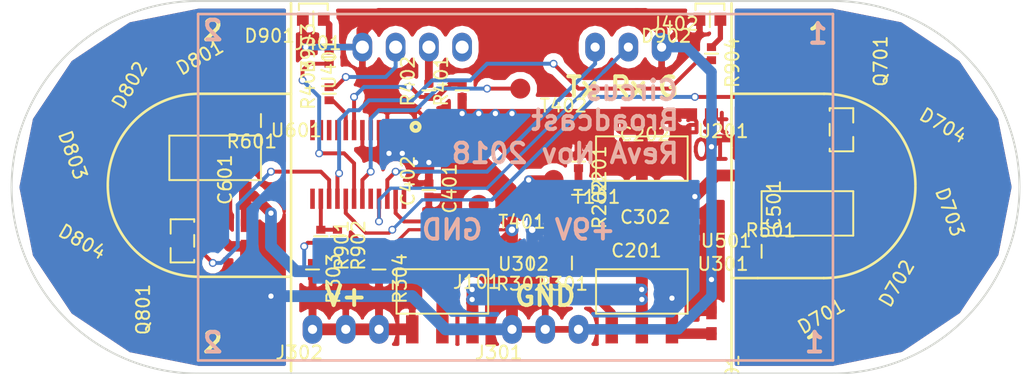
<source format=kicad_pcb>
(kicad_pcb (version 4) (host pcbnew 4.0.7-e2-6376~58~ubuntu16.04.1)

  (general
    (links 89)
    (no_connects 0)
    (area 16.770481 132.785 95.029519 167.207143)
    (thickness 1.6)
    (drawings 50)
    (tracks 387)
    (zones 0)
    (modules 49)
    (nets 46)
  )

  (page A4)
  (layers
    (0 F.Cu signal hide)
    (31 B.Cu signal)
    (32 B.Adhes user)
    (33 F.Adhes user)
    (34 B.Paste user)
    (35 F.Paste user)
    (36 B.SilkS user)
    (37 F.SilkS user)
    (38 B.Mask user)
    (39 F.Mask user)
    (40 Dwgs.User user)
    (41 Cmts.User user)
    (42 Eco1.User user)
    (43 Eco2.User user)
    (44 Edge.Cuts user)
    (45 Margin user)
    (46 B.CrtYd user)
    (47 F.CrtYd user)
    (48 B.Fab user)
    (49 F.Fab user)
  )

  (setup
    (last_trace_width 0.9)
    (user_trace_width 0.25)
    (user_trace_width 0.3)
    (user_trace_width 0.4)
    (user_trace_width 0.5)
    (user_trace_width 0.6)
    (user_trace_width 0.7)
    (user_trace_width 0.8)
    (user_trace_width 0.9)
    (trace_clearance 0.2)
    (zone_clearance 0.508)
    (zone_45_only no)
    (trace_min 0.2)
    (segment_width 0.2)
    (edge_width 0.15)
    (via_size 0.6)
    (via_drill 0.4)
    (via_min_size 0.4)
    (via_min_drill 0.3)
    (uvia_size 0.3)
    (uvia_drill 0.1)
    (uvias_allowed no)
    (uvia_min_size 0.2)
    (uvia_min_drill 0.1)
    (pcb_text_width 0.3)
    (pcb_text_size 1.5 1.5)
    (mod_edge_width 0.15)
    (mod_text_size 1 1)
    (mod_text_width 0.15)
    (pad_size 1.524 1.524)
    (pad_drill 0.762)
    (pad_to_mask_clearance 0.2)
    (aux_axis_origin 0 0)
    (visible_elements FFFCFF7F)
    (pcbplotparams
      (layerselection 0x00030_80000001)
      (usegerberextensions false)
      (excludeedgelayer true)
      (linewidth 0.100000)
      (plotframeref false)
      (viasonmask false)
      (mode 1)
      (useauxorigin false)
      (hpglpennumber 1)
      (hpglpenspeed 20)
      (hpglpendiameter 15)
      (hpglpenoverlay 2)
      (psnegative false)
      (psa4output false)
      (plotreference true)
      (plotvalue true)
      (plotinvisibletext false)
      (padsonsilk false)
      (subtractmaskfromsilk false)
      (outputformat 1)
      (mirror false)
      (drillshape 1)
      (scaleselection 1)
      (outputdirectory ""))
  )

  (net 0 "")
  (net 1 "Net-(D901-Pad2)")
  (net 2 GND)
  (net 3 "Net-(D902-Pad2)")
  (net 4 "Net-(D704-Pad1)")
  (net 5 PWM1)
  (net 6 "Net-(D804-Pad1)")
  (net 7 PWM2)
  (net 8 "Net-(R201-Pad2)")
  (net 9 "Net-(R301-Pad2)")
  (net 10 "Net-(J302-Pad1)")
  (net 11 "Net-(R303-Pad1)")
  (net 12 "Net-(R401-Pad2)")
  (net 13 +3V3)
  (net 14 "Net-(R403-Pad1)")
  (net 15 CC1)
  (net 16 "Net-(R501-Pad1)")
  (net 17 CC2)
  (net 18 "Net-(R601-Pad1)")
  (net 19 +BATT)
  (net 20 0.26ADC)
  (net 21 LEDG)
  (net 22 LEDR)
  (net 23 "Net-(U401-Pad2)")
  (net 24 "Net-(U401-Pad9)")
  (net 25 "Net-(U401-Pad10)")
  (net 26 "Net-(U401-Pad11)")
  (net 27 "Net-(U401-Pad12)")
  (net 28 "Net-(U401-Pad13)")
  (net 29 "Net-(U401-Pad20)")
  (net 30 MCU_RX)
  (net 31 MCU_TX)
  (net 32 "Net-(U401-Pad24)")
  (net 33 "Net-(U401-Pad1)")
  (net 34 "Net-(D701-Pad1)")
  (net 35 "Net-(D702-Pad1)")
  (net 36 "Net-(D703-Pad1)")
  (net 37 "Net-(D801-Pad1)")
  (net 38 "Net-(D802-Pad1)")
  (net 39 "Net-(D803-Pad1)")
  (net 40 +5V)
  (net 41 "Net-(T401-Pad1)")
  (net 42 "Net-(T402-Pad1)")
  (net 43 "Net-(J401-Pad2)")
  (net 44 "Net-(J401-Pad3)")
  (net 45 "Net-(J401-Pad4)")

  (net_class Default "This is the default net class."
    (clearance 0.2)
    (trace_width 0.25)
    (via_dia 0.6)
    (via_drill 0.4)
    (uvia_dia 0.3)
    (uvia_drill 0.1)
    (add_net +3V3)
    (add_net +5V)
    (add_net +BATT)
    (add_net 0.26ADC)
    (add_net CC1)
    (add_net CC2)
    (add_net GND)
    (add_net LEDG)
    (add_net LEDR)
    (add_net MCU_RX)
    (add_net MCU_TX)
    (add_net "Net-(D701-Pad1)")
    (add_net "Net-(D702-Pad1)")
    (add_net "Net-(D703-Pad1)")
    (add_net "Net-(D704-Pad1)")
    (add_net "Net-(D801-Pad1)")
    (add_net "Net-(D802-Pad1)")
    (add_net "Net-(D803-Pad1)")
    (add_net "Net-(D804-Pad1)")
    (add_net "Net-(D901-Pad2)")
    (add_net "Net-(D902-Pad2)")
    (add_net "Net-(J302-Pad1)")
    (add_net "Net-(J401-Pad2)")
    (add_net "Net-(J401-Pad3)")
    (add_net "Net-(J401-Pad4)")
    (add_net "Net-(R201-Pad2)")
    (add_net "Net-(R301-Pad2)")
    (add_net "Net-(R303-Pad1)")
    (add_net "Net-(R401-Pad2)")
    (add_net "Net-(R403-Pad1)")
    (add_net "Net-(R501-Pad1)")
    (add_net "Net-(R601-Pad1)")
    (add_net "Net-(T401-Pad1)")
    (add_net "Net-(T402-Pad1)")
    (add_net "Net-(U401-Pad1)")
    (add_net "Net-(U401-Pad10)")
    (add_net "Net-(U401-Pad11)")
    (add_net "Net-(U401-Pad12)")
    (add_net "Net-(U401-Pad13)")
    (add_net "Net-(U401-Pad2)")
    (add_net "Net-(U401-Pad20)")
    (add_net "Net-(U401-Pad24)")
    (add_net "Net-(U401-Pad9)")
    (add_net PWM1)
    (add_net PWM2)
  )

  (module circus_agent:0402 (layer F.Cu) (tedit 5B4A2969) (tstamp 5BC8F170)
    (at 60.96 154.94 180)
    (path /5BB2A2E4)
    (fp_text reference R301 (at 1.2 -1.6 180) (layer F.SilkS)
      (effects (font (size 1 1) (thickness 0.15)))
    )
    (fp_text value 11K (at 0.8 1.6 180) (layer F.Fab)
      (effects (font (size 1 1) (thickness 0.15)))
    )
    (fp_line (start 0.5 -0.5) (end 0.5 0.5) (layer F.SilkS) (width 0.15))
    (pad 2 smd rect (at 1 0 180) (size 0.6 0.7) (layers F.Cu F.Paste F.Mask)
      (net 9 "Net-(R301-Pad2)"))
    (pad 1 smd rect (at 0 0 180) (size 0.6 0.7) (layers F.Cu F.Paste F.Mask)
      (net 40 +5V))
  )

  (module circus_agent:0402 (layer F.Cu) (tedit 5B4A2969) (tstamp 5BC8F176)
    (at 57.785 154.94 180)
    (path /5BB2A39E)
    (fp_text reference R302 (at 1.2 -1.6 180) (layer F.SilkS)
      (effects (font (size 1 1) (thickness 0.15)))
    )
    (fp_text value 33K (at 0.8 1.6 180) (layer F.Fab)
      (effects (font (size 1 1) (thickness 0.15)))
    )
    (fp_line (start 0.5 -0.5) (end 0.5 0.5) (layer F.SilkS) (width 0.15))
    (pad 2 smd rect (at 1 0 180) (size 0.6 0.7) (layers F.Cu F.Paste F.Mask)
      (net 2 GND))
    (pad 1 smd rect (at 0 0 180) (size 0.6 0.7) (layers F.Cu F.Paste F.Mask)
      (net 9 "Net-(R301-Pad2)"))
  )

  (module circus_agent:0402 (layer F.Cu) (tedit 5B4A2969) (tstamp 5BC8F17C)
    (at 40.64 154.94 270)
    (path /5BB2BD88)
    (fp_text reference R303 (at 1.2 -1.6 270) (layer F.SilkS)
      (effects (font (size 1 1) (thickness 0.15)))
    )
    (fp_text value 24R (at 0.8 1.6 270) (layer F.Fab)
      (effects (font (size 1 1) (thickness 0.15)))
    )
    (fp_line (start 0.5 -0.5) (end 0.5 0.5) (layer F.SilkS) (width 0.15))
    (pad 2 smd rect (at 1 0 270) (size 0.6 0.7) (layers F.Cu F.Paste F.Mask)
      (net 10 "Net-(J302-Pad1)"))
    (pad 1 smd rect (at 0 0 270) (size 0.6 0.7) (layers F.Cu F.Paste F.Mask)
      (net 11 "Net-(R303-Pad1)"))
  )

  (module circus_agent:0402 (layer F.Cu) (tedit 5B4A2969) (tstamp 5BC8F182)
    (at 45.72 154.94 270)
    (path /5BBC8FB2)
    (fp_text reference R304 (at 1.2 -1.6 270) (layer F.SilkS)
      (effects (font (size 1 1) (thickness 0.15)))
    )
    (fp_text value 24R (at 0.8 1.6 270) (layer F.Fab)
      (effects (font (size 1 1) (thickness 0.15)))
    )
    (fp_line (start 0.5 -0.5) (end 0.5 0.5) (layer F.SilkS) (width 0.15))
    (pad 2 smd rect (at 1 0 270) (size 0.6 0.7) (layers F.Cu F.Paste F.Mask)
      (net 10 "Net-(J302-Pad1)"))
    (pad 1 smd rect (at 0 0 270) (size 0.6 0.7) (layers F.Cu F.Paste F.Mask)
      (net 11 "Net-(R303-Pad1)"))
  )

  (module circus_agent:M20-9990345 (layer F.Cu) (tedit 5B4A2726) (tstamp 5BC8F5DC)
    (at 55.88 160.02)
    (path /5BB4B6B2)
    (fp_text reference J301 (at -1.016 1.778) (layer F.SilkS)
      (effects (font (size 1 1) (thickness 0.15)))
    )
    (fp_text value M20-9990345 (at 1.6 3.5) (layer F.Fab)
      (effects (font (size 1 1) (thickness 0.15)))
    )
    (pad 3 thru_hole oval (at 5.08 0) (size 1.5 2.2) (drill 0.7) (layers *.Cu *.Mask)
      (net 2 GND))
    (pad 2 thru_hole oval (at 2.54 0) (size 1.5 2.2) (drill 0.7) (layers *.Cu *.Mask)
      (net 2 GND))
    (pad 1 thru_hole oval (at 0 0) (size 1.5 2.2) (drill 0.7) (layers *.Cu *.Mask)
      (net 2 GND))
  )

  (module circus_agent:M20-9990345 (layer F.Cu) (tedit 5B4A2726) (tstamp 5BC8F5E3)
    (at 40.64 160.02)
    (path /5BB4B300)
    (fp_text reference J302 (at -1.016 1.778) (layer F.SilkS)
      (effects (font (size 1 1) (thickness 0.15)))
    )
    (fp_text value M20-9990345 (at 1.6 3.5) (layer F.Fab)
      (effects (font (size 1 1) (thickness 0.15)))
    )
    (pad 3 thru_hole oval (at 5.08 0) (size 1.5 2.2) (drill 0.7) (layers *.Cu *.Mask)
      (net 10 "Net-(J302-Pad1)"))
    (pad 2 thru_hole oval (at 2.54 0) (size 1.5 2.2) (drill 0.7) (layers *.Cu *.Mask)
      (net 10 "Net-(J302-Pad1)"))
    (pad 1 thru_hole oval (at 0 0) (size 1.5 2.2) (drill 0.7) (layers *.Cu *.Mask)
      (net 10 "Net-(J302-Pad1)"))
  )

  (module circus_broadcast:LM317DCY (layer F.Cu) (tedit 5BC8F792) (tstamp 5BC8F955)
    (at 63.5 160.02)
    (path /5BB2A1FA)
    (fp_text reference U301 (at 8.5 -5) (layer F.SilkS)
      (effects (font (size 1 1) (thickness 0.15)))
    )
    (fp_text value LM317DCY (at 10.2 -3.1) (layer F.Fab)
      (effects (font (size 1 1) (thickness 0.15)))
    )
    (fp_line (start -1.2 -1.2) (end -1.2 -4.6) (layer F.SilkS) (width 0.15))
    (fp_line (start -1.2 -4.6) (end 5.8 -4.6) (layer F.SilkS) (width 0.15))
    (fp_line (start 5.8 -4.6) (end 5.8 -1.2) (layer F.SilkS) (width 0.15))
    (fp_line (start 5.8 -1.2) (end -1.2 -1.2) (layer F.SilkS) (width 0.15))
    (pad 1 smd rect (at 0 0) (size 0.95 2.15) (layers F.Cu F.Paste F.Mask)
      (net 9 "Net-(R301-Pad2)"))
    (pad 2 smd rect (at 2.3 0) (size 0.95 2.15) (layers F.Cu F.Paste F.Mask)
      (net 40 +5V))
    (pad 3 smd rect (at 4.6 0) (size 0.95 2.15) (layers F.Cu F.Paste F.Mask)
      (net 19 +BATT))
    (pad 4 smd rect (at 2.3 -5.8) (size 3.25 2.15) (layers F.Cu F.Paste F.Mask)
      (net 40 +5V))
  )

  (module circus_broadcast:LM317DCY (layer F.Cu) (tedit 5BC8F792) (tstamp 5BC8F961)
    (at 48.26 160.02)
    (path /5BB2BD8E)
    (fp_text reference U302 (at 8.5 -5) (layer F.SilkS)
      (effects (font (size 1 1) (thickness 0.15)))
    )
    (fp_text value LM317DCY (at 10.2 -3.1) (layer F.Fab)
      (effects (font (size 1 1) (thickness 0.15)))
    )
    (fp_line (start -1.2 -1.2) (end -1.2 -4.6) (layer F.SilkS) (width 0.15))
    (fp_line (start -1.2 -4.6) (end 5.8 -4.6) (layer F.SilkS) (width 0.15))
    (fp_line (start 5.8 -4.6) (end 5.8 -1.2) (layer F.SilkS) (width 0.15))
    (fp_line (start 5.8 -1.2) (end -1.2 -1.2) (layer F.SilkS) (width 0.15))
    (pad 1 smd rect (at 0 0) (size 0.95 2.15) (layers F.Cu F.Paste F.Mask)
      (net 10 "Net-(J302-Pad1)"))
    (pad 2 smd rect (at 2.3 0) (size 0.95 2.15) (layers F.Cu F.Paste F.Mask)
      (net 11 "Net-(R303-Pad1)"))
    (pad 3 smd rect (at 4.6 0) (size 0.95 2.15) (layers F.Cu F.Paste F.Mask)
      (net 40 +5V))
    (pad 4 smd rect (at 2.3 -5.8) (size 3.25 2.15) (layers F.Cu F.Paste F.Mask)
      (net 11 "Net-(R303-Pad1)"))
  )

  (module circus_agent:KPA (layer F.Cu) (tedit 5B4A429A) (tstamp 5BC8F14A)
    (at 39.9 136.3)
    (path /5BC6891F)
    (fp_text reference D901 (at -2.54 1.27) (layer F.SilkS)
      (effects (font (size 1 1) (thickness 0.15)))
    )
    (fp_text value "KPA-1606CGCK(GREEN)" (at -2.54 -2.54) (layer F.Fab)
      (effects (font (size 1 1) (thickness 0.15)))
    )
    (fp_line (start 1.9 -1.2) (end 1.9 -0.7) (layer F.SilkS) (width 0.15))
    (fp_line (start -0.3 -1.2) (end -0.3 -0.7) (layer F.SilkS) (width 0.15))
    (fp_line (start -0.3 -1.2) (end 1.9 -1.2) (layer F.SilkS) (width 0.15))
    (fp_line (start 0.8 -0.6) (end 0.8 0.6) (layer F.SilkS) (width 0.15))
    (pad 2 smd rect (at 1.6 0) (size 0.9 1) (layers F.Cu F.Paste F.Mask)
      (net 1 "Net-(D901-Pad2)"))
    (pad 1 smd rect (at 0 0) (size 0.9 1) (layers F.Cu F.Paste F.Mask)
      (net 2 GND))
  )

  (module circus_agent:KPA (layer F.Cu) (tedit 5B4A429A) (tstamp 5BC8F150)
    (at 70.2 136.3)
    (path /5BC6993A)
    (fp_text reference D902 (at -2.54 1.27) (layer F.SilkS)
      (effects (font (size 1 1) (thickness 0.15)))
    )
    (fp_text value "KPA-1606ECR(RED)" (at -2.54 -2.54) (layer F.Fab)
      (effects (font (size 1 1) (thickness 0.15)))
    )
    (fp_line (start 1.9 -1.2) (end 1.9 -0.7) (layer F.SilkS) (width 0.15))
    (fp_line (start -0.3 -1.2) (end -0.3 -0.7) (layer F.SilkS) (width 0.15))
    (fp_line (start -0.3 -1.2) (end 1.9 -1.2) (layer F.SilkS) (width 0.15))
    (fp_line (start 0.8 -0.6) (end 0.8 0.6) (layer F.SilkS) (width 0.15))
    (pad 2 smd rect (at 1.6 0) (size 0.9 1) (layers F.Cu F.Paste F.Mask)
      (net 3 "Net-(D902-Pad2)"))
    (pad 1 smd rect (at 0 0) (size 0.9 1) (layers F.Cu F.Paste F.Mask)
      (net 2 GND))
  )

  (module circus_agent:IRLML6244TRPBF (layer F.Cu) (tedit 5B4A4627) (tstamp 5BC8F157)
    (at 80.15 143.8 270)
    (path /5BB27EF8)
    (fp_text reference Q701 (at -4.3 -3.9 270) (layer F.SilkS)
      (effects (font (size 1 1) (thickness 0.15)))
    )
    (fp_text value IRLML6244TRPBF (at -0.7 2.9 270) (layer F.Fab)
      (effects (font (size 1 1) (thickness 0.15)))
    )
    (fp_line (start -0.6 0) (end -0.5 0) (layer F.SilkS) (width 0.15))
    (fp_line (start 2.6 0) (end 2.4 0) (layer F.SilkS) (width 0.15))
    (fp_line (start -0.7 0) (end -0.6 0) (layer F.SilkS) (width 0.15))
    (fp_line (start 0.5 0) (end 1.4 0) (layer F.SilkS) (width 0.15))
    (fp_line (start 2.6 0) (end 2.6 -1.4) (layer F.SilkS) (width 0.15))
    (fp_line (start 2.6 -1.4) (end 2.6 -1.8) (layer F.SilkS) (width 0.15))
    (fp_line (start 2.6 -1.8) (end 1.5 -1.8) (layer F.SilkS) (width 0.15))
    (fp_line (start -0.7 0) (end -0.7 -1.8) (layer F.SilkS) (width 0.15))
    (fp_line (start -0.7 -1.8) (end 0.4 -1.8) (layer F.SilkS) (width 0.15))
    (pad 3 smd rect (at 0.95 -1.77 270) (size 0.802 0.972) (layers F.Cu F.Paste F.Mask)
      (net 4 "Net-(D704-Pad1)"))
    (pad 2 smd rect (at 1.9 0 270) (size 0.802 0.972) (layers F.Cu F.Paste F.Mask)
      (net 2 GND))
    (pad 1 smd rect (at 0 0 270) (size 0.802 0.972) (layers F.Cu F.Paste F.Mask)
      (net 5 PWM1))
  )

  (module circus_agent:IRLML6244TRPBF (layer F.Cu) (tedit 5B4A4627) (tstamp 5BC8F15E)
    (at 31.6 154.2 90)
    (path /5BBA8A92)
    (fp_text reference Q801 (at -4.3 -3.9 90) (layer F.SilkS)
      (effects (font (size 1 1) (thickness 0.15)))
    )
    (fp_text value IRLML6244TRPBF (at -0.7 2.9 90) (layer F.Fab)
      (effects (font (size 1 1) (thickness 0.15)))
    )
    (fp_line (start -0.6 0) (end -0.5 0) (layer F.SilkS) (width 0.15))
    (fp_line (start 2.6 0) (end 2.4 0) (layer F.SilkS) (width 0.15))
    (fp_line (start -0.7 0) (end -0.6 0) (layer F.SilkS) (width 0.15))
    (fp_line (start 0.5 0) (end 1.4 0) (layer F.SilkS) (width 0.15))
    (fp_line (start 2.6 0) (end 2.6 -1.4) (layer F.SilkS) (width 0.15))
    (fp_line (start 2.6 -1.4) (end 2.6 -1.8) (layer F.SilkS) (width 0.15))
    (fp_line (start 2.6 -1.8) (end 1.5 -1.8) (layer F.SilkS) (width 0.15))
    (fp_line (start -0.7 0) (end -0.7 -1.8) (layer F.SilkS) (width 0.15))
    (fp_line (start -0.7 -1.8) (end 0.4 -1.8) (layer F.SilkS) (width 0.15))
    (pad 3 smd rect (at 0.95 -1.77 90) (size 0.802 0.972) (layers F.Cu F.Paste F.Mask)
      (net 6 "Net-(D804-Pad1)"))
    (pad 2 smd rect (at 1.9 0 90) (size 0.802 0.972) (layers F.Cu F.Paste F.Mask)
      (net 2 GND))
    (pad 1 smd rect (at 0 0 90) (size 0.802 0.972) (layers F.Cu F.Paste F.Mask)
      (net 7 PWM2))
  )

  (module circus_agent:0402 (layer F.Cu) (tedit 5B4A2969) (tstamp 5BC8F164)
    (at 60.96 146.685 270)
    (path /5BB2B906)
    (fp_text reference R201 (at 1.2 -1.6 270) (layer F.SilkS)
      (effects (font (size 1 1) (thickness 0.15)))
    )
    (fp_text value 11K (at 0.8 1.6 270) (layer F.Fab)
      (effects (font (size 1 1) (thickness 0.15)))
    )
    (fp_line (start 0.5 -0.5) (end 0.5 0.5) (layer F.SilkS) (width 0.15))
    (pad 2 smd rect (at 1 0 270) (size 0.6 0.7) (layers F.Cu F.Paste F.Mask)
      (net 8 "Net-(R201-Pad2)"))
    (pad 1 smd rect (at 0 0 270) (size 0.6 0.7) (layers F.Cu F.Paste F.Mask)
      (net 13 +3V3))
  )

  (module circus_agent:0402 (layer F.Cu) (tedit 5B4A2969) (tstamp 5BC8F16A)
    (at 60.96 149.225 270)
    (path /5BB2B90C)
    (fp_text reference R202 (at 1.2 -1.6 270) (layer F.SilkS)
      (effects (font (size 1 1) (thickness 0.15)))
    )
    (fp_text value 18K (at 0.8 1.6 270) (layer F.Fab)
      (effects (font (size 1 1) (thickness 0.15)))
    )
    (fp_line (start 0.5 -0.5) (end 0.5 0.5) (layer F.SilkS) (width 0.15))
    (pad 2 smd rect (at 1 0 270) (size 0.6 0.7) (layers F.Cu F.Paste F.Mask)
      (net 2 GND))
    (pad 1 smd rect (at 0 0 270) (size 0.6 0.7) (layers F.Cu F.Paste F.Mask)
      (net 8 "Net-(R201-Pad2)"))
  )

  (module circus_agent:0402 (layer F.Cu) (tedit 5B4A2969) (tstamp 5BC8F188)
    (at 52.07 142.24 90)
    (path /5BB3D43F)
    (fp_text reference R401 (at 1.2 -1.6 90) (layer F.SilkS)
      (effects (font (size 1 1) (thickness 0.15)))
    )
    (fp_text value 1K (at 0.8 1.6 90) (layer F.Fab)
      (effects (font (size 1 1) (thickness 0.15)))
    )
    (fp_line (start 0.5 -0.5) (end 0.5 0.5) (layer F.SilkS) (width 0.15))
    (pad 2 smd rect (at 1 0 90) (size 0.6 0.7) (layers F.Cu F.Paste F.Mask)
      (net 12 "Net-(R401-Pad2)"))
    (pad 1 smd rect (at 0 0 90) (size 0.6 0.7) (layers F.Cu F.Paste F.Mask)
      (net 13 +3V3))
  )

  (module circus_agent:0402 (layer F.Cu) (tedit 5B4A2969) (tstamp 5BC8F18E)
    (at 49.53 142.24 90)
    (path /5BB3D54D)
    (fp_text reference R402 (at 1.2 -1.6 90) (layer F.SilkS)
      (effects (font (size 1 1) (thickness 0.15)))
    )
    (fp_text value 1K (at 0.8 1.6 90) (layer F.Fab)
      (effects (font (size 1 1) (thickness 0.15)))
    )
    (fp_line (start 0.5 -0.5) (end 0.5 0.5) (layer F.SilkS) (width 0.15))
    (pad 2 smd rect (at 1 0 90) (size 0.6 0.7) (layers F.Cu F.Paste F.Mask)
      (net 44 "Net-(J401-Pad3)"))
    (pad 1 smd rect (at 0 0 90) (size 0.6 0.7) (layers F.Cu F.Paste F.Mask)
      (net 12 "Net-(R401-Pad2)"))
  )

  (module circus_agent:0402 (layer F.Cu) (tedit 5B4A2969) (tstamp 5BC8F194)
    (at 41.91 142.494 90)
    (path /5BB3D5D2)
    (fp_text reference R403 (at 1.2 -1.6 90) (layer F.SilkS)
      (effects (font (size 1 1) (thickness 0.15)))
    )
    (fp_text value 1K (at 0.8 1.6 90) (layer F.Fab)
      (effects (font (size 1 1) (thickness 0.15)))
    )
    (fp_line (start 0.5 -0.5) (end 0.5 0.5) (layer F.SilkS) (width 0.15))
    (pad 2 smd rect (at 1 0 90) (size 0.6 0.7) (layers F.Cu F.Paste F.Mask)
      (net 43 "Net-(J401-Pad2)"))
    (pad 1 smd rect (at 0 0 90) (size 0.6 0.7) (layers F.Cu F.Paste F.Mask)
      (net 14 "Net-(R403-Pad1)"))
  )

  (module circus_agent:0402 (layer F.Cu) (tedit 5B4A2969) (tstamp 5BC8F19A)
    (at 74.45 154.05)
    (path /5BBA44A7)
    (fp_text reference R501 (at 1.2 -1.6) (layer F.SilkS)
      (effects (font (size 1 1) (thickness 0.15)))
    )
    (fp_text value 43R (at 0.8 1.6) (layer F.Fab)
      (effects (font (size 1 1) (thickness 0.15)))
    )
    (fp_line (start 0.5 -0.5) (end 0.5 0.5) (layer F.SilkS) (width 0.15))
    (pad 2 smd rect (at 1 0) (size 0.6 0.7) (layers F.Cu F.Paste F.Mask)
      (net 15 CC1))
    (pad 1 smd rect (at 0 0) (size 0.6 0.7) (layers F.Cu F.Paste F.Mask)
      (net 16 "Net-(R501-Pad1)"))
  )

  (module circus_agent:0402 (layer F.Cu) (tedit 5B4A2969) (tstamp 5BC8F1A0)
    (at 37.2 144.05 180)
    (path /5BB285FE)
    (fp_text reference R601 (at 1.2 -1.6 180) (layer F.SilkS)
      (effects (font (size 1 1) (thickness 0.15)))
    )
    (fp_text value 43R (at 0.8 1.6 180) (layer F.Fab)
      (effects (font (size 1 1) (thickness 0.15)))
    )
    (fp_line (start 0.5 -0.5) (end 0.5 0.5) (layer F.SilkS) (width 0.15))
    (pad 2 smd rect (at 1 0 180) (size 0.6 0.7) (layers F.Cu F.Paste F.Mask)
      (net 17 CC2))
    (pad 1 smd rect (at 0 0 180) (size 0.6 0.7) (layers F.Cu F.Paste F.Mask)
      (net 18 "Net-(R601-Pad1)"))
  )

  (module circus_agent:0402 (layer F.Cu) (tedit 5B4A2969) (tstamp 5BC8F1A6)
    (at 41.275 152.4 270)
    (path /5BC65372)
    (fp_text reference R901 (at 1.2 -1.6 270) (layer F.SilkS)
      (effects (font (size 1 1) (thickness 0.15)))
    )
    (fp_text value 750R (at 0.8 1.6 270) (layer F.Fab)
      (effects (font (size 1 1) (thickness 0.15)))
    )
    (fp_line (start 0.5 -0.5) (end 0.5 0.5) (layer F.SilkS) (width 0.15))
    (pad 2 smd rect (at 1 0 270) (size 0.6 0.7) (layers F.Cu F.Paste F.Mask)
      (net 19 +BATT))
    (pad 1 smd rect (at 0 0 270) (size 0.6 0.7) (layers F.Cu F.Paste F.Mask)
      (net 20 0.26ADC))
  )

  (module circus_agent:0402 (layer F.Cu) (tedit 5B4A2969) (tstamp 5BC8F1AC)
    (at 42.545 152.4 270)
    (path /5BC65443)
    (fp_text reference R902 (at 1.2 -1.6 270) (layer F.SilkS)
      (effects (font (size 1 1) (thickness 0.15)))
    )
    (fp_text value 270R (at 0.8 1.6 270) (layer F.Fab)
      (effects (font (size 1 1) (thickness 0.15)))
    )
    (fp_line (start 0.5 -0.5) (end 0.5 0.5) (layer F.SilkS) (width 0.15))
    (pad 2 smd rect (at 1 0 270) (size 0.6 0.7) (layers F.Cu F.Paste F.Mask)
      (net 2 GND))
    (pad 1 smd rect (at 0 0 270) (size 0.6 0.7) (layers F.Cu F.Paste F.Mask)
      (net 20 0.26ADC))
  )

  (module circus_agent:0402 (layer F.Cu) (tedit 5B4A2969) (tstamp 5BC8F1B2)
    (at 41.91 139.7 90)
    (path /5BC6A15A)
    (fp_text reference R903 (at 1.2 -1.6 90) (layer F.SilkS)
      (effects (font (size 1 1) (thickness 0.15)))
    )
    (fp_text value 33R (at 0.8 1.6 90) (layer F.Fab)
      (effects (font (size 1 1) (thickness 0.15)))
    )
    (fp_line (start 0.5 -0.5) (end 0.5 0.5) (layer F.SilkS) (width 0.15))
    (pad 2 smd rect (at 1 0 90) (size 0.6 0.7) (layers F.Cu F.Paste F.Mask)
      (net 1 "Net-(D901-Pad2)"))
    (pad 1 smd rect (at 0 0 90) (size 0.6 0.7) (layers F.Cu F.Paste F.Mask)
      (net 21 LEDG))
  )

  (module circus_agent:0402 (layer F.Cu) (tedit 5B4A2969) (tstamp 5BC8F1B8)
    (at 71.12 138.43 270)
    (path /5BC6A3A1)
    (fp_text reference R904 (at 1.2 -1.6 270) (layer F.SilkS)
      (effects (font (size 1 1) (thickness 0.15)))
    )
    (fp_text value 39R (at 0.8 1.6 270) (layer F.Fab)
      (effects (font (size 1 1) (thickness 0.15)))
    )
    (fp_line (start 0.5 -0.5) (end 0.5 0.5) (layer F.SilkS) (width 0.15))
    (pad 2 smd rect (at 1 0 270) (size 0.6 0.7) (layers F.Cu F.Paste F.Mask)
      (net 22 LEDR))
    (pad 1 smd rect (at 0 0 270) (size 0.6 0.7) (layers F.Cu F.Paste F.Mask)
      (net 3 "Net-(D902-Pad2)"))
  )

  (module circus_agent:C8051F850-C-GU (layer F.Cu) (tedit 5B3F84B1) (tstamp 5BC8F1D4)
    (at 40.64 144.78 270)
    (path /5B736A8D)
    (fp_text reference U401 (at -5.08 -1.27 270) (layer F.SilkS)
      (effects (font (size 1 1) (thickness 0.15)))
    )
    (fp_text value C8051F850-C-GU (at -1.27 7.62 270) (layer F.Fab)
      (effects (font (size 1 1) (thickness 0.15)))
    )
    (pad 2 smd rect (at 0 -6.35 270) (size 1.55 0.35) (layers F.Cu F.Paste F.Mask)
      (net 23 "Net-(U401-Pad2)"))
    (pad 3 smd rect (at 0 -5.715 270) (size 1.55 0.35) (layers F.Cu F.Paste F.Mask)
      (net 2 GND))
    (pad 4 smd rect (at 0 -5.08 270) (size 1.55 0.35) (layers F.Cu F.Paste F.Mask)
      (net 13 +3V3))
    (pad 5 smd rect (at 0 -4.445 270) (size 1.55 0.35) (layers F.Cu F.Paste F.Mask)
      (net 2 GND))
    (pad 6 smd rect (at 0 -3.81 270) (size 1.55 0.35) (layers F.Cu F.Paste F.Mask)
      (net 13 +3V3))
    (pad 7 smd rect (at 0 -3.175 270) (size 1.55 0.35) (layers F.Cu F.Paste F.Mask)
      (net 12 "Net-(R401-Pad2)"))
    (pad 8 smd rect (at 0 -2.54 270) (size 1.55 0.35) (layers F.Cu F.Paste F.Mask)
      (net 14 "Net-(R403-Pad1)"))
    (pad 9 smd rect (at 0 -1.905 270) (size 1.55 0.35) (layers F.Cu F.Paste F.Mask)
      (net 24 "Net-(U401-Pad9)"))
    (pad 10 smd rect (at 0 -1.27 270) (size 1.55 0.35) (layers F.Cu F.Paste F.Mask)
      (net 25 "Net-(U401-Pad10)"))
    (pad 11 smd rect (at 0 -0.635 270) (size 1.55 0.35) (layers F.Cu F.Paste F.Mask)
      (net 26 "Net-(U401-Pad11)"))
    (pad 12 smd rect (at 0 0 270) (size 1.55 0.35) (layers F.Cu F.Paste F.Mask)
      (net 27 "Net-(U401-Pad12)"))
    (pad 13 smd rect (at 5.25 0 270) (size 1.55 0.35) (layers F.Cu F.Paste F.Mask)
      (net 28 "Net-(U401-Pad13)"))
    (pad 14 smd rect (at 5.25 -0.635 270) (size 1.55 0.35) (layers F.Cu F.Paste F.Mask)
      (net 20 0.26ADC))
    (pad 15 smd rect (at 5.25 -1.27 270) (size 1.55 0.35) (layers F.Cu F.Paste F.Mask)
      (net 7 PWM2))
    (pad 16 smd rect (at 5.25 -1.905 270) (size 1.55 0.35) (layers F.Cu F.Paste F.Mask)
      (net 22 LEDR))
    (pad 17 smd rect (at 5.25 -2.54 270) (size 1.55 0.35) (layers F.Cu F.Paste F.Mask)
      (net 5 PWM1))
    (pad 18 smd rect (at 5.25 -3.175 270) (size 1.55 0.35) (layers F.Cu F.Paste F.Mask)
      (net 21 LEDG))
    (pad 19 smd rect (at 5.25 -3.81 270) (size 1.55 0.35) (layers F.Cu F.Paste F.Mask)
      (net 42 "Net-(T402-Pad1)"))
    (pad 20 smd rect (at 5.25 -4.445 270) (size 1.55 0.35) (layers F.Cu F.Paste F.Mask)
      (net 29 "Net-(U401-Pad20)"))
    (pad 21 smd rect (at 5.25 -5.08 270) (size 1.55 0.35) (layers F.Cu F.Paste F.Mask)
      (net 30 MCU_RX))
    (pad 22 smd rect (at 5.25 -5.715 270) (size 1.55 0.35) (layers F.Cu F.Paste F.Mask)
      (net 31 MCU_TX))
    (pad 23 smd rect (at 5.25 -6.35 270) (size 1.55 0.35) (layers F.Cu F.Paste F.Mask)
      (net 41 "Net-(T401-Pad1)"))
    (pad 24 smd rect (at 5.25 -6.985 270) (size 1.55 0.35) (layers F.Cu F.Paste F.Mask)
      (net 32 "Net-(U401-Pad24)"))
    (pad 1 smd rect (at 0 -6.985 270) (size 1.55 0.35) (layers F.Cu F.Paste F.Mask)
      (net 33 "Net-(U401-Pad1)"))
  )

  (module circus_agent:0402 (layer F.Cu) (tedit 5B4A2969) (tstamp 5BC8F59D)
    (at 49.53 149.86 90)
    (path /5BB3CD87)
    (fp_text reference C402 (at 1.2 -1.6 90) (layer F.SilkS)
      (effects (font (size 1 1) (thickness 0.15)))
    )
    (fp_text value "100nF, 6.3V" (at 0.8 1.6 90) (layer F.Fab)
      (effects (font (size 1 1) (thickness 0.15)))
    )
    (fp_line (start 0.5 -0.5) (end 0.5 0.5) (layer F.SilkS) (width 0.15))
    (pad 2 smd rect (at 1 0 90) (size 0.6 0.7) (layers F.Cu F.Paste F.Mask)
      (net 13 +3V3))
    (pad 1 smd rect (at 0 0 90) (size 0.6 0.7) (layers F.Cu F.Paste F.Mask)
      (net 2 GND))
  )

  (module circus_broadcast:TSUS4300 (layer F.Cu) (tedit 5BCCEA67) (tstamp 5BC8F5A4)
    (at 85.65 156.95 210)
    (path /5BBA844E)
    (fp_text reference D701 (at 6.35 1.27 210) (layer F.SilkS)
      (effects (font (size 1 1) (thickness 0.15)))
    )
    (fp_text value TSUS4300 (at 7.62 -1.27 210) (layer F.Fab)
      (effects (font (size 1 1) (thickness 0.15)))
    )
    (pad 1 smd rect (at 0 0 210) (size 1 4) (layers F.Cu F.Paste F.Mask)
      (net 34 "Net-(D701-Pad1)"))
    (pad 2 smd rect (at 2.54 0 210) (size 1 4) (layers F.Cu F.Paste F.Mask)
      (net 15 CC1))
  )

  (module circus_broadcast:TSUS4300 (layer F.Cu) (tedit 5BCCEA65) (tstamp 5BC8F5AB)
    (at 89.55 151.65 240)
    (path /5BBA83B8)
    (fp_text reference D702 (at 6.35 1.27 240) (layer F.SilkS)
      (effects (font (size 1 1) (thickness 0.15)))
    )
    (fp_text value TSUS4300 (at 7.62 -1.27 240) (layer F.Fab)
      (effects (font (size 1 1) (thickness 0.15)))
    )
    (pad 1 smd rect (at 0 0 240) (size 1 4) (layers F.Cu F.Paste F.Mask)
      (net 35 "Net-(D702-Pad1)"))
    (pad 2 smd rect (at 2.54 0 240) (size 1 4) (layers F.Cu F.Paste F.Mask)
      (net 34 "Net-(D701-Pad1)"))
  )

  (module circus_broadcast:TSUS4300 (layer F.Cu) (tedit 5BCCEA62) (tstamp 5BC8F5B2)
    (at 88.35 144.65 290)
    (path /5BBA82C5)
    (fp_text reference D703 (at 6.35 1.27 290) (layer F.SilkS)
      (effects (font (size 1 1) (thickness 0.15)))
    )
    (fp_text value TSUS4300 (at 7.62 -1.27 290) (layer F.Fab)
      (effects (font (size 1 1) (thickness 0.15)))
    )
    (pad 1 smd rect (at 0 0 290) (size 1 4) (layers F.Cu F.Paste F.Mask)
      (net 36 "Net-(D703-Pad1)"))
    (pad 2 smd rect (at 2.54 0 290) (size 1 4) (layers F.Cu F.Paste F.Mask)
      (net 35 "Net-(D702-Pad1)"))
  )

  (module circus_broadcast:TSUS4300 (layer F.Cu) (tedit 5BCCEA5F) (tstamp 5BC8F5B9)
    (at 83.95 140.15 330)
    (path /5B75BFEE)
    (fp_text reference D704 (at 6.35 1.27 330) (layer F.SilkS)
      (effects (font (size 1 1) (thickness 0.15)))
    )
    (fp_text value TSUS4300 (at 7.62 -1.27 330) (layer F.Fab)
      (effects (font (size 1 1) (thickness 0.15)))
    )
    (pad 1 smd rect (at 0 0 330) (size 1 4) (layers F.Cu F.Paste F.Mask)
      (net 4 "Net-(D704-Pad1)"))
    (pad 2 smd rect (at 2.54 0 330) (size 1 4) (layers F.Cu F.Paste F.Mask)
      (net 36 "Net-(D703-Pad1)"))
  )

  (module circus_broadcast:TSUS4300 (layer F.Cu) (tedit 5BCCEA59) (tstamp 5BC8F5C0)
    (at 25.9 141.3 30)
    (path /5BBA8AB2)
    (fp_text reference D801 (at 6.35 1.27 30) (layer F.SilkS)
      (effects (font (size 1 1) (thickness 0.15)))
    )
    (fp_text value TSUS4300 (at 7.62 -1.27 30) (layer F.Fab)
      (effects (font (size 1 1) (thickness 0.15)))
    )
    (pad 1 smd rect (at 0 0 30) (size 1 4) (layers F.Cu F.Paste F.Mask)
      (net 37 "Net-(D801-Pad1)"))
    (pad 2 smd rect (at 2.54 0 30) (size 1 4) (layers F.Cu F.Paste F.Mask)
      (net 17 CC2))
  )

  (module circus_broadcast:TSUS4300 (layer F.Cu) (tedit 5BCCEA55) (tstamp 5BC8F5C7)
    (at 22.4 146.2 60)
    (path /5BBA8AAC)
    (fp_text reference D802 (at 6.35 1.27 60) (layer F.SilkS)
      (effects (font (size 1 1) (thickness 0.15)))
    )
    (fp_text value TSUS4300 (at 7.62 -1.27 60) (layer F.Fab)
      (effects (font (size 1 1) (thickness 0.15)))
    )
    (pad 1 smd rect (at 0 0 60) (size 1 4) (layers F.Cu F.Paste F.Mask)
      (net 38 "Net-(D802-Pad1)"))
    (pad 2 smd rect (at 2.54 0 60) (size 1 4) (layers F.Cu F.Paste F.Mask)
      (net 37 "Net-(D801-Pad1)"))
  )

  (module circus_broadcast:TSUS4300 (layer F.Cu) (tedit 5BCCEA51) (tstamp 5BC8F5CE)
    (at 23.3 153.1 110)
    (path /5BBA8AA6)
    (fp_text reference D803 (at 6.35 1.27 110) (layer F.SilkS)
      (effects (font (size 1 1) (thickness 0.15)))
    )
    (fp_text value TSUS4300 (at 7.62 -1.27 110) (layer F.Fab)
      (effects (font (size 1 1) (thickness 0.15)))
    )
    (pad 1 smd rect (at 0 0 110) (size 1 4) (layers F.Cu F.Paste F.Mask)
      (net 39 "Net-(D803-Pad1)"))
    (pad 2 smd rect (at 2.54 0 110) (size 1 4) (layers F.Cu F.Paste F.Mask)
      (net 38 "Net-(D802-Pad1)"))
  )

  (module circus_broadcast:TSUS4300 (layer F.Cu) (tedit 5BCCEA4D) (tstamp 5BC8F5D5)
    (at 27.9 157.6 150)
    (path /5BBA8A8C)
    (fp_text reference D804 (at 6.35 1.27 150) (layer F.SilkS)
      (effects (font (size 1 1) (thickness 0.15)))
    )
    (fp_text value TSUS4300 (at 7.62 -1.27 150) (layer F.Fab)
      (effects (font (size 1 1) (thickness 0.15)))
    )
    (pad 1 smd rect (at 0 0 150) (size 1 4) (layers F.Cu F.Paste F.Mask)
      (net 6 "Net-(D804-Pad1)"))
    (pad 2 smd rect (at 2.54 0 150) (size 1 4) (layers F.Cu F.Paste F.Mask)
      (net 39 "Net-(D803-Pad1)"))
  )

  (module circus_agent:M20-9990345 (layer F.Cu) (tedit 5B4A2726) (tstamp 5BC8F5EA)
    (at 67.31 138.43 180)
    (path /5BB3FDDD)
    (fp_text reference J402 (at -1.016 1.778 180) (layer F.SilkS)
      (effects (font (size 1 1) (thickness 0.15)))
    )
    (fp_text value M20-9990345 (at 1.6 3.5 180) (layer F.Fab)
      (effects (font (size 1 1) (thickness 0.15)))
    )
    (pad 3 thru_hole oval (at 5.08 0 180) (size 1.5 2.2) (drill 0.7) (layers *.Cu *.Mask)
      (net 31 MCU_TX))
    (pad 2 thru_hole oval (at 2.54 0 180) (size 1.5 2.2) (drill 0.7) (layers *.Cu *.Mask)
      (net 30 MCU_RX))
    (pad 1 thru_hole oval (at 0 0 180) (size 1.5 2.2) (drill 0.7) (layers *.Cu *.Mask)
      (net 2 GND))
  )

  (module circus_broadcast:LM317DCY (layer F.Cu) (tedit 5BC8F792) (tstamp 5BC8F949)
    (at 63.5 149.86)
    (path /5BB2B900)
    (fp_text reference U201 (at 8.5 -5) (layer F.SilkS)
      (effects (font (size 1 1) (thickness 0.15)))
    )
    (fp_text value LM317DCY (at 10.2 -3.1) (layer F.Fab)
      (effects (font (size 1 1) (thickness 0.15)))
    )
    (fp_line (start -1.2 -1.2) (end -1.2 -4.6) (layer F.SilkS) (width 0.15))
    (fp_line (start -1.2 -4.6) (end 5.8 -4.6) (layer F.SilkS) (width 0.15))
    (fp_line (start 5.8 -4.6) (end 5.8 -1.2) (layer F.SilkS) (width 0.15))
    (fp_line (start 5.8 -1.2) (end -1.2 -1.2) (layer F.SilkS) (width 0.15))
    (pad 1 smd rect (at 0 0) (size 0.95 2.15) (layers F.Cu F.Paste F.Mask)
      (net 8 "Net-(R201-Pad2)"))
    (pad 2 smd rect (at 2.3 0) (size 0.95 2.15) (layers F.Cu F.Paste F.Mask)
      (net 13 +3V3))
    (pad 3 smd rect (at 4.6 0) (size 0.95 2.15) (layers F.Cu F.Paste F.Mask)
      (net 19 +BATT))
    (pad 4 smd rect (at 2.3 -5.8) (size 3.25 2.15) (layers F.Cu F.Paste F.Mask)
      (net 13 +3V3))
  )

  (module circus_broadcast:LM317DCY (layer F.Cu) (tedit 5BC8F792) (tstamp 5BC8F96D)
    (at 80.75 148.25 180)
    (path /5BBA44AD)
    (fp_text reference U501 (at 8.5 -5 180) (layer F.SilkS)
      (effects (font (size 1 1) (thickness 0.15)))
    )
    (fp_text value LM317DCY (at 10.2 -3.1 180) (layer F.Fab)
      (effects (font (size 1 1) (thickness 0.15)))
    )
    (fp_line (start -1.2 -1.2) (end -1.2 -4.6) (layer F.SilkS) (width 0.15))
    (fp_line (start -1.2 -4.6) (end 5.8 -4.6) (layer F.SilkS) (width 0.15))
    (fp_line (start 5.8 -4.6) (end 5.8 -1.2) (layer F.SilkS) (width 0.15))
    (fp_line (start 5.8 -1.2) (end -1.2 -1.2) (layer F.SilkS) (width 0.15))
    (pad 1 smd rect (at 0 0 180) (size 0.95 2.15) (layers F.Cu F.Paste F.Mask)
      (net 15 CC1))
    (pad 2 smd rect (at 2.3 0 180) (size 0.95 2.15) (layers F.Cu F.Paste F.Mask)
      (net 16 "Net-(R501-Pad1)"))
    (pad 3 smd rect (at 4.6 0 180) (size 0.95 2.15) (layers F.Cu F.Paste F.Mask)
      (net 19 +BATT))
    (pad 4 smd rect (at 2.3 -5.8 180) (size 3.25 2.15) (layers F.Cu F.Paste F.Mask)
      (net 16 "Net-(R501-Pad1)"))
  )

  (module circus_broadcast:LM317DCY (layer F.Cu) (tedit 5BC8F792) (tstamp 5BC8F979)
    (at 30.9 149.8)
    (path /5BB28D4A)
    (fp_text reference U601 (at 8.5 -5) (layer F.SilkS)
      (effects (font (size 1 1) (thickness 0.15)))
    )
    (fp_text value LM317DCY (at 10.2 -3.1) (layer F.Fab)
      (effects (font (size 1 1) (thickness 0.15)))
    )
    (fp_line (start -1.2 -1.2) (end -1.2 -4.6) (layer F.SilkS) (width 0.15))
    (fp_line (start -1.2 -4.6) (end 5.8 -4.6) (layer F.SilkS) (width 0.15))
    (fp_line (start 5.8 -4.6) (end 5.8 -1.2) (layer F.SilkS) (width 0.15))
    (fp_line (start 5.8 -1.2) (end -1.2 -1.2) (layer F.SilkS) (width 0.15))
    (pad 1 smd rect (at 0 0) (size 0.95 2.15) (layers F.Cu F.Paste F.Mask)
      (net 17 CC2))
    (pad 2 smd rect (at 2.3 0) (size 0.95 2.15) (layers F.Cu F.Paste F.Mask)
      (net 18 "Net-(R601-Pad1)"))
    (pad 3 smd rect (at 4.6 0) (size 0.95 2.15) (layers F.Cu F.Paste F.Mask)
      (net 19 +BATT))
    (pad 4 smd rect (at 2.3 -5.8) (size 3.25 2.15) (layers F.Cu F.Paste F.Mask)
      (net 18 "Net-(R601-Pad1)"))
  )

  (module circus_broadcast:0603 (layer F.Cu) (tedit 5BC8FAC3) (tstamp 5BE0ACCC)
    (at 70.485 152.4 180)
    (path /5BB2B921)
    (fp_text reference C201 (at 5.1 -1.6 180) (layer F.SilkS)
      (effects (font (size 1 1) (thickness 0.15)))
    )
    (fp_text value "1uF, 16V" (at 4.9 0.3 180) (layer F.Fab)
      (effects (font (size 1 1) (thickness 0.15)))
    )
    (pad 1 smd rect (at 0 0 180) (size 1 0.8) (layers F.Cu F.Paste F.Mask)
      (net 2 GND))
    (pad 2 smd rect (at 1.6 0 180) (size 1 0.8) (layers F.Cu F.Paste F.Mask)
      (net 19 +BATT))
  )

  (module circus_broadcast:0603 (layer F.Cu) (tedit 5BC8FAC3) (tstamp 5BE0ACD2)
    (at 71.12 143.51 180)
    (path /5BB2B93D)
    (fp_text reference C202 (at 5.1 -1.6 180) (layer F.SilkS)
      (effects (font (size 1 1) (thickness 0.15)))
    )
    (fp_text value "1uF, 6.3V" (at 4.9 0.3 180) (layer F.Fab)
      (effects (font (size 1 1) (thickness 0.15)))
    )
    (pad 1 smd rect (at 0 0 180) (size 1 0.8) (layers F.Cu F.Paste F.Mask)
      (net 2 GND))
    (pad 2 smd rect (at 1.6 0 180) (size 1 0.8) (layers F.Cu F.Paste F.Mask)
      (net 13 +3V3))
  )

  (module circus_broadcast:0603 (layer F.Cu) (tedit 5BC8FAC3) (tstamp 5BE0ACD8)
    (at 71.12 158.75 270)
    (path /5BB2A72B)
    (fp_text reference C301 (at 5.1 -1.6 270) (layer F.SilkS)
      (effects (font (size 1 1) (thickness 0.15)))
    )
    (fp_text value "1uF, 16V" (at 4.9 0.3 270) (layer F.Fab)
      (effects (font (size 1 1) (thickness 0.15)))
    )
    (pad 1 smd rect (at 0 0 270) (size 1 0.8) (layers F.Cu F.Paste F.Mask)
      (net 2 GND))
    (pad 2 smd rect (at 1.6 0 270) (size 1 0.8) (layers F.Cu F.Paste F.Mask)
      (net 19 +BATT))
  )

  (module circus_broadcast:0603 (layer F.Cu) (tedit 5BC8FAC3) (tstamp 5BE0ACDE)
    (at 60.96 153.035)
    (path /5BB2AE09)
    (fp_text reference C302 (at 5.1 -1.6) (layer F.SilkS)
      (effects (font (size 1 1) (thickness 0.15)))
    )
    (fp_text value "1uF, 6.3V" (at 4.9 0.3) (layer F.Fab)
      (effects (font (size 1 1) (thickness 0.15)))
    )
    (pad 1 smd rect (at 0 0) (size 1 0.8) (layers F.Cu F.Paste F.Mask)
      (net 2 GND))
    (pad 2 smd rect (at 1.6 0) (size 1 0.8) (layers F.Cu F.Paste F.Mask)
      (net 40 +5V))
  )

  (module circus_broadcast:0603 (layer F.Cu) (tedit 5BC8FAC3) (tstamp 5BE0ACE4)
    (at 49.53 144.145 270)
    (path /5BB3CBD4)
    (fp_text reference C401 (at 5.1 -1.6 270) (layer F.SilkS)
      (effects (font (size 1 1) (thickness 0.15)))
    )
    (fp_text value "1uF, 6.3V" (at 4.9 0.3 270) (layer F.Fab)
      (effects (font (size 1 1) (thickness 0.15)))
    )
    (pad 1 smd rect (at 0 0 270) (size 1 0.8) (layers F.Cu F.Paste F.Mask)
      (net 2 GND))
    (pad 2 smd rect (at 1.6 0 270) (size 1 0.8) (layers F.Cu F.Paste F.Mask)
      (net 13 +3V3))
  )

  (module circus_broadcast:0603 (layer F.Cu) (tedit 5BC8FAC3) (tstamp 5BE0ACEA)
    (at 74.295 145.415 270)
    (path /5BBA44B9)
    (fp_text reference C501 (at 5.1 -1.6 270) (layer F.SilkS)
      (effects (font (size 1 1) (thickness 0.15)))
    )
    (fp_text value "1uF, 16V" (at 4.9 0.3 270) (layer F.Fab)
      (effects (font (size 1 1) (thickness 0.15)))
    )
    (pad 1 smd rect (at 0 0 270) (size 1 0.8) (layers F.Cu F.Paste F.Mask)
      (net 2 GND))
    (pad 2 smd rect (at 1.6 0 270) (size 1 0.8) (layers F.Cu F.Paste F.Mask)
      (net 19 +BATT))
  )

  (module circus_broadcast:0603 (layer F.Cu) (tedit 5BC8FAC3) (tstamp 5BE0ACF0)
    (at 35.56 153.67 90)
    (path /5BB29446)
    (fp_text reference C601 (at 5.1 -1.6 90) (layer F.SilkS)
      (effects (font (size 1 1) (thickness 0.15)))
    )
    (fp_text value "1uF, 16V" (at 4.9 0.3 90) (layer F.Fab)
      (effects (font (size 1 1) (thickness 0.15)))
    )
    (pad 1 smd rect (at 0 0 90) (size 1 0.8) (layers F.Cu F.Paste F.Mask)
      (net 2 GND))
    (pad 2 smd rect (at 1.6 0 90) (size 1 0.8) (layers F.Cu F.Paste F.Mask)
      (net 19 +BATT))
  )

  (module circus_broadcast:Keystone2238 (layer F.Cu) (tedit 5BDF5371) (tstamp 5BE0ACF6)
    (at 55.88 152.4)
    (path /5BC6E33A)
    (fp_text reference J101 (at -2.7 4) (layer F.SilkS)
      (effects (font (size 1 1) (thickness 0.15)))
    )
    (fp_text value Keystone2238 (at -2.5 -5.9) (layer F.Fab)
      (effects (font (size 1 1) (thickness 0.15)))
    )
    (pad 1 thru_hole circle (at 0 0) (size 1 1) (drill 0.5) (layers *.Cu *.Mask)
      (net 2 GND))
    (pad 2 thru_hole circle (at 1.54 0) (size 1 1) (drill 0.5) (layers *.Cu *.Mask)
      (net 19 +BATT))
  )

  (module circus_broadcast:TestPoint (layer F.Cu) (tedit 5BC8F940) (tstamp 5BE0AD00)
    (at 59.055 148.59)
    (path /5BB4397D)
    (fp_text reference T101 (at 3.3 1.3) (layer F.SilkS)
      (effects (font (size 1 1) (thickness 0.15)))
    )
    (fp_text value TestPoint (at 4.4 -1.5) (layer F.Fab)
      (effects (font (size 1 1) (thickness 0.15)))
    )
    (pad 1 smd circle (at 0 0) (size 1.524 1.524) (layers F.Cu F.Paste F.Mask)
      (net 19 +BATT))
  )

  (module circus_broadcast:TestPoint (layer F.Cu) (tedit 5BC8F940) (tstamp 5BE0AD05)
    (at 53.34 150.495)
    (path /5BB4176C)
    (fp_text reference T401 (at 3.3 1.3) (layer F.SilkS)
      (effects (font (size 1 1) (thickness 0.15)))
    )
    (fp_text value TestPoint (at 4.4 -1.5) (layer F.Fab)
      (effects (font (size 1 1) (thickness 0.15)))
    )
    (pad 1 smd circle (at 0 0) (size 1.524 1.524) (layers F.Cu F.Paste F.Mask)
      (net 41 "Net-(T401-Pad1)"))
  )

  (module circus_broadcast:TestPoint (layer F.Cu) (tedit 5BC8F940) (tstamp 5BE0AD0A)
    (at 56.515 141.605)
    (path /5BB41675)
    (fp_text reference T402 (at 3.3 1.3) (layer F.SilkS)
      (effects (font (size 1 1) (thickness 0.15)))
    )
    (fp_text value TestPoint (at 4.4 -1.5) (layer F.Fab)
      (effects (font (size 1 1) (thickness 0.15)))
    )
    (pad 1 smd circle (at 0 0) (size 1.524 1.524) (layers F.Cu F.Paste F.Mask)
      (net 42 "Net-(T402-Pad1)"))
  )

  (module circus_broadcast:M20-9990445 (layer F.Cu) (tedit 5BE0AFAD) (tstamp 5BE0BBAB)
    (at 44.45 138.43)
    (path /5BE0DCD3)
    (fp_text reference J401 (at -3.4 -0.3) (layer F.SilkS)
      (effects (font (size 1 1) (thickness 0.15)))
    )
    (fp_text value M20-9990445 (at 0.7 3.5) (layer F.Fab)
      (effects (font (size 1 1) (thickness 0.15)))
    )
    (pad 1 thru_hole oval (at 0 0) (size 1.5 2.2) (drill 1) (layers *.Cu *.Mask)
      (net 2 GND))
    (pad 2 thru_hole oval (at 2.54 0) (size 1.5 2.2) (drill 1) (layers *.Cu *.Mask)
      (net 43 "Net-(J401-Pad2)"))
    (pad 3 thru_hole oval (at 5.08 0) (size 1.5 2.2) (drill 1) (layers *.Cu *.Mask)
      (net 44 "Net-(J401-Pad3)"))
    (pad 4 thru_hole oval (at 7.62 0) (size 1.5 2.2) (drill 1) (layers *.Cu *.Mask)
      (net 45 "Net-(J401-Pad4)"))
  )

  (gr_text "RevA Nov 2018" (at 59.944 146.558) (layer B.SilkS)
    (effects (font (size 1.5 1.5) (thickness 0.3)) (justify mirror))
  )
  (gr_text "RevA Nov 2018" (at 65.278 146.304) (layer F.Cu)
    (effects (font (size 1.5 1.5) (thickness 0.3)))
  )
  (gr_text Broadcast (at 62.992 144.018) (layer B.SilkS)
    (effects (font (size 1.5 1.5) (thickness 0.3)) (justify mirror))
  )
  (gr_text Broadcast (at 66.802 144.272) (layer F.Cu)
    (effects (font (size 1.5 1.5) (thickness 0.3)))
  )
  (gr_text Circus (at 65.024 141.732) (layer B.SilkS)
    (effects (font (size 1.5 1.5) (thickness 0.3)) (justify mirror))
  )
  (gr_text 1 (at 78.994 161.036) (layer B.SilkS)
    (effects (font (size 1.5 1.5) (thickness 0.3)) (justify mirror))
  )
  (gr_text 1 (at 79.248 137.414) (layer B.SilkS)
    (effects (font (size 1.5 1.5) (thickness 0.3)) (justify mirror))
  )
  (gr_text 1 (at 78.994 161.036) (layer F.SilkS)
    (effects (font (size 1.5 1.5) (thickness 0.3)))
  )
  (gr_text 1 (at 79.248 137.414) (layer F.SilkS)
    (effects (font (size 1.5 1.5) (thickness 0.3)))
  )
  (gr_circle (center 48.514 144.526) (end 48.26 144.526) (layer F.SilkS) (width 0.2))
  (gr_circle (center 48.514 144.526) (end 48.26 144.272) (layer F.SilkS) (width 0.2))
  (gr_text 2 (at 33.02 161.036) (layer B.SilkS)
    (effects (font (size 1.5 1.5) (thickness 0.3)) (justify mirror))
  )
  (gr_text 2 (at 33.02 137.16) (layer B.SilkS)
    (effects (font (size 1.5 1.5) (thickness 0.3)) (justify mirror))
  )
  (gr_text 2 (at 33.02 161.036) (layer F.SilkS)
    (effects (font (size 1.5 1.5) (thickness 0.3)))
  )
  (gr_text 2 (at 33.02 137.16) (layer F.SilkS)
    (effects (font (size 1.5 1.5) (thickness 0.3)))
  )
  (gr_text G (at 67.818 141.478) (layer F.SilkS)
    (effects (font (size 1.5 1.5) (thickness 0.3)))
  )
  (gr_text Rx (at 64.77 141.478) (layer F.SilkS)
    (effects (font (size 1.5 1.5) (thickness 0.3)))
  )
  (gr_text Tx (at 61.214 141.478) (layer F.SilkS)
    (effects (font (size 1.5 1.5) (thickness 0.3)))
  )
  (gr_text GND (at 51.308 152.4) (layer B.SilkS)
    (effects (font (size 1.5 1.5) (thickness 0.3)) (justify mirror))
  )
  (gr_text +9V (at 61.468 152.4) (layer B.SilkS)
    (effects (font (size 1.5 1.5) (thickness 0.3)) (justify mirror))
  )
  (gr_line (start 39 156) (end 39 163.21) (angle 90) (layer F.SilkS) (width 0.2))
  (gr_line (start 39 135.08) (end 38.99 135.08) (angle 90) (layer F.SilkS) (width 0.2))
  (gr_line (start 39 142.02) (end 39 135.08) (angle 90) (layer F.SilkS) (width 0.2))
  (gr_line (start 72.65 155.95) (end 72.65 163.22) (angle 90) (layer F.SilkS) (width 0.2))
  (gr_line (start 72.65 142.02) (end 72.65 135.08) (angle 90) (layer F.SilkS) (width 0.2))
  (gr_line (start 31.9 163.4) (end 80.5 163.4) (angle 90) (layer Edge.Cuts) (width 0.15))
  (gr_line (start 80.4 134.9) (end 31.9 134.9) (angle 90) (layer Edge.Cuts) (width 0.15))
  (gr_arc (start 80.4 149.15) (end 94.65 149.1) (angle 90) (layer Edge.Cuts) (width 0.15))
  (gr_arc (start 80.4 149.15) (end 80.4 134.9) (angle 90) (layer Edge.Cuts) (width 0.15))
  (gr_arc (start 31.9 149.15) (end 17.65 149.15) (angle 90) (layer Edge.Cuts) (width 0.15))
  (gr_arc (start 31.9 149.15) (end 31.9 163.4) (angle 90) (layer Edge.Cuts) (width 0.15))
  (gr_line (start 31.9 162.4) (end 31.9 135.9) (angle 90) (layer B.SilkS) (width 0.2))
  (gr_line (start 80.4 162.4) (end 31.9 162.4) (angle 90) (layer B.SilkS) (width 0.2))
  (gr_line (start 80.4 135.9) (end 80.4 162.4) (angle 90) (layer B.SilkS) (width 0.2))
  (gr_line (start 31.9 135.9) (end 80.4 135.9) (angle 90) (layer B.SilkS) (width 0.2))
  (gr_line (start 72.65 142.75) (end 72.65 142) (angle 90) (layer F.SilkS) (width 0.2))
  (gr_line (start 79.75 142) (end 72.7 142) (angle 90) (layer F.SilkS) (width 0.2))
  (gr_line (start 72.65 156.1) (end 72.65 142.8) (angle 90) (layer F.SilkS) (width 0.2))
  (gr_line (start 74.65 156.1) (end 72.65 156.1) (angle 90) (layer F.SilkS) (width 0.2))
  (gr_line (start 79.7 156.1) (end 74.65 156.1) (angle 90) (layer F.SilkS) (width 0.2))
  (gr_line (start 39 142) (end 32 142) (angle 90) (layer F.SilkS) (width 0.2))
  (gr_line (start 39 156) (end 39 155.9) (angle 90) (layer F.SilkS) (width 0.2))
  (gr_line (start 32 156) (end 39 156) (angle 90) (layer F.SilkS) (width 0.2))
  (gr_line (start 39 156) (end 39 142) (angle 90) (layer F.SilkS) (width 0.2))
  (gr_text "V+\n" (at 43.18 157.48) (layer F.SilkS)
    (effects (font (size 1.5 1.5) (thickness 0.3)))
  )
  (gr_text GND (at 58.42 157.48) (layer F.SilkS)
    (effects (font (size 1.5 1.5) (thickness 0.3)))
  )
  (gr_arc (start 79.7 149.1) (end 86.7 149.1) (angle 90) (layer F.SilkS) (width 0.2))
  (gr_arc (start 79.7 149) (end 79.7 142) (angle 90) (layer F.SilkS) (width 0.2))
  (gr_arc (start 32 149) (end 32 156) (angle 90) (layer F.SilkS) (width 0.2))
  (gr_arc (start 32 149) (end 25 149) (angle 90) (layer F.SilkS) (width 0.2))

  (segment (start 41.91 138.7) (end 41.91 136.71) (width 0.5) (layer F.Cu) (net 1))
  (segment (start 41.91 136.71) (end 41.5 136.3) (width 0.5) (layer F.Cu) (net 1) (tstamp 5BE0BFA5))
  (segment (start 43.434 153.4) (end 47.006 153.4) (width 0.25) (layer F.Cu) (net 2))
  (segment (start 48.006 152.4) (end 55.88 152.4) (width 0.25) (layer F.Cu) (net 2) (tstamp 5BE5EF1F))
  (segment (start 47.006 153.4) (end 48.006 152.4) (width 0.25) (layer F.Cu) (net 2) (tstamp 5BE5EF1D))
  (segment (start 43.434 138.43) (end 40.132 138.43) (width 0.5) (layer B.Cu) (net 2))
  (segment (start 39.9 138.198) (end 39.9 136.3) (width 0.5) (layer F.Cu) (net 2) (tstamp 5BE5EB19))
  (segment (start 40.132 138.43) (end 39.9 138.198) (width 0.5) (layer F.Cu) (net 2) (tstamp 5BE5EB18))
  (via (at 40.132 138.43) (size 0.6) (drill 0.4) (layers F.Cu B.Cu) (net 2))
  (segment (start 50.8 149.86) (end 50.8 144.145) (width 0.7) (layer F.Cu) (net 2))
  (segment (start 60.96 150.225) (end 55.88 150.225) (width 0.6) (layer F.Cu) (net 2))
  (segment (start 55.88 150.225) (end 55.88 150.495) (width 0.6) (layer F.Cu) (net 2) (tstamp 5BE4BF38))
  (segment (start 55.88 149.225) (end 55.88 150.495) (width 0.7) (layer F.Cu) (net 2))
  (segment (start 55.88 150.495) (end 55.88 152.4) (width 0.7) (layer F.Cu) (net 2) (tstamp 5BE4BF3D))
  (segment (start 49.53 144.145) (end 50.8 144.145) (width 0.7) (layer F.Cu) (net 2))
  (segment (start 50.8 144.145) (end 55.88 149.225) (width 0.7) (layer F.Cu) (net 2) (tstamp 5BE4BEAF))
  (segment (start 49.53 149.86) (end 50.8 149.86) (width 0.5) (layer F.Cu) (net 2))
  (segment (start 50.8 149.86) (end 51.435 149.86) (width 0.5) (layer F.Cu) (net 2) (tstamp 5BE5E97D))
  (segment (start 51.435 149.86) (end 52.705 148.59) (width 0.5) (layer F.Cu) (net 2) (tstamp 5BE4BE49))
  (segment (start 52.705 148.59) (end 55.245 148.59) (width 0.5) (layer F.Cu) (net 2) (tstamp 5BE4BE4B))
  (segment (start 55.245 148.59) (end 55.88 149.225) (width 0.5) (layer F.Cu) (net 2) (tstamp 5BE4BE4D))
  (segment (start 60.96 150.495) (end 60.96 150.225) (width 0.5) (layer F.Cu) (net 2) (tstamp 5BE4BBC3))
  (segment (start 42.545 153.4) (end 43.434 153.4) (width 0.3) (layer F.Cu) (net 2))
  (segment (start 43.434 153.4) (end 43.545 153.4) (width 0.3) (layer F.Cu) (net 2) (tstamp 5BE5EF1B))
  (segment (start 67.31 138.43) (end 67.31 137.16) (width 0.9) (layer F.Cu) (net 2))
  (segment (start 44.45 137.16) (end 45.72 135.89) (width 0.9) (layer F.Cu) (net 2) (tstamp 5BE4B564))
  (segment (start 45.72 135.89) (end 65.405 135.89) (width 0.9) (layer F.Cu) (net 2) (tstamp 5BE4B569))
  (segment (start 44.45 137.16) (end 44.45 138.43) (width 0.9) (layer F.Cu) (net 2))
  (segment (start 66.04 135.89) (end 65.405 135.89) (width 0.9) (layer F.Cu) (net 2) (tstamp 5BE4B573))
  (segment (start 67.31 137.16) (end 66.04 135.89) (width 0.9) (layer F.Cu) (net 2) (tstamp 5BE4B571))
  (segment (start 56.785 154.94) (end 55.88 154.94) (width 0.6) (layer F.Cu) (net 2))
  (segment (start 55.88 160.02) (end 55.88 154.94) (width 0.9) (layer F.Cu) (net 2))
  (segment (start 55.88 154.94) (end 55.88 152.4) (width 0.9) (layer F.Cu) (net 2) (tstamp 5BE4B425))
  (segment (start 60.96 150.225) (end 60.96 153.035) (width 0.6) (layer F.Cu) (net 2))
  (segment (start 70.485 152.4) (end 71.12 153.035) (width 0.9) (layer F.Cu) (net 2))
  (segment (start 71.12 153.035) (end 71.12 156.21) (width 0.9) (layer F.Cu) (net 2) (tstamp 5BE4B158))
  (segment (start 55.88 160.02) (end 50.8 160.02) (width 0.9) (layer B.Cu) (net 2))
  (segment (start 35.56 155.575) (end 35.56 153.67) (width 0.9) (layer F.Cu) (net 2) (tstamp 5BE36F28))
  (segment (start 37.465 157.48) (end 35.56 155.575) (width 0.9) (layer F.Cu) (net 2) (tstamp 5BE36F27))
  (via (at 37.465 157.48) (size 0.6) (drill 0.4) (layers F.Cu B.Cu) (net 2))
  (segment (start 48.26 157.48) (end 37.465 157.48) (width 0.9) (layer B.Cu) (net 2) (tstamp 5BE36F21))
  (segment (start 50.8 160.02) (end 48.26 157.48) (width 0.9) (layer B.Cu) (net 2) (tstamp 5BE36F1F))
  (segment (start 31.6 152.3) (end 32.92 152.3) (width 0.8) (layer F.Cu) (net 2))
  (segment (start 32.92 152.3) (end 33.655 153.035) (width 0.8) (layer F.Cu) (net 2) (tstamp 5BE36B3F))
  (segment (start 34.29 153.67) (end 35.56 153.67) (width 0.8) (layer F.Cu) (net 2))
  (segment (start 34.29 153.67) (end 33.655 153.035) (width 0.8) (layer F.Cu) (net 2) (tstamp 5BE36B3B))
  (segment (start 31.7 152.4) (end 31.6 152.3) (width 0.6) (layer F.Cu) (net 2) (tstamp 5BE36A94))
  (segment (start 74.295 145.415) (end 79.865 145.415) (width 0.6) (layer F.Cu) (net 2))
  (segment (start 79.865 145.415) (end 80.15 145.7) (width 0.6) (layer F.Cu) (net 2) (tstamp 5BE36A42))
  (segment (start 71.12 145.415) (end 71.755 145.415) (width 0.6) (layer F.Cu) (net 2))
  (segment (start 71.755 145.415) (end 74.295 145.415) (width 0.6) (layer F.Cu) (net 2))
  (segment (start 71.12 145.415) (end 71.12 145.7) (width 0.6) (layer F.Cu) (net 2) (tstamp 5BE36A38))
  (via (at 71.12 156.21) (size 0.6) (drill 0.4) (layers F.Cu B.Cu) (net 2))
  (segment (start 71.12 158.75) (end 71.12 156.21) (width 0.8) (layer F.Cu) (net 2))
  (segment (start 71.12 146.05) (end 71.12 140.335) (width 0.8) (layer B.Cu) (net 2))
  (segment (start 69.215 138.43) (end 67.31 138.43) (width 0.8) (layer B.Cu) (net 2) (tstamp 5BE368D5))
  (segment (start 71.12 140.335) (end 69.215 138.43) (width 0.8) (layer B.Cu) (net 2) (tstamp 5BE368D0))
  (segment (start 70.2 136.3) (end 69.44 136.3) (width 0.4) (layer F.Cu) (net 2))
  (segment (start 69.44 136.3) (end 67.31 138.43) (width 0.4) (layer F.Cu) (net 2) (tstamp 5BE368CC))
  (segment (start 71.12 145.7) (end 71.12 145.415) (width 0.8) (layer F.Cu) (net 2) (tstamp 5BE36863))
  (segment (start 71.12 143.51) (end 71.12 145.415) (width 0.8) (layer F.Cu) (net 2))
  (segment (start 71.12 145.415) (end 71.12 146.05) (width 0.8) (layer F.Cu) (net 2) (tstamp 5BE3686C))
  (segment (start 71.12 157.48) (end 70.485 158.115) (width 0.8) (layer B.Cu) (net 2) (tstamp 5BE36848))
  (segment (start 71.12 154.94) (end 71.12 156.21) (width 0.8) (layer B.Cu) (net 2) (tstamp 5BE36845))
  (segment (start 71.12 156.21) (end 71.12 157.48) (width 0.8) (layer B.Cu) (net 2) (tstamp 5BE36997))
  (segment (start 71.12 146.05) (end 71.12 154.94) (width 0.8) (layer B.Cu) (net 2) (tstamp 5BE36844))
  (via (at 71.12 146.05) (size 0.6) (drill 0.4) (layers F.Cu B.Cu) (net 2))
  (segment (start 68.58 160.02) (end 60.96 160.02) (width 0.8) (layer B.Cu) (net 2) (tstamp 5BE367B8))
  (segment (start 70.485 158.115) (end 68.58 160.02) (width 0.8) (layer B.Cu) (net 2) (tstamp 5BE367B7))
  (segment (start 46.355 143.383) (end 48.768 143.383) (width 0.3) (layer F.Cu) (net 2))
  (segment (start 48.768 143.383) (end 49.53 144.145) (width 0.3) (layer F.Cu) (net 2) (tstamp 5BE364F5))
  (segment (start 44.45 138.43) (end 44.45 141.478) (width 0.3) (layer F.Cu) (net 2))
  (segment (start 44.45 141.478) (end 45.085 142.113) (width 0.3) (layer F.Cu) (net 2) (tstamp 5BE0C0E4))
  (segment (start 46.355 144.78) (end 46.355 143.383) (width 0.3) (layer F.Cu) (net 2))
  (segment (start 46.355 143.383) (end 45.085 142.113) (width 0.3) (layer F.Cu) (net 2) (tstamp 5BE0C00D))
  (segment (start 45.085 144.78) (end 45.085 142.113) (width 0.3) (layer F.Cu) (net 2))
  (segment (start 43.18 138.43) (end 43.434 138.43) (width 0.5) (layer B.Cu) (net 2) (tstamp 5BE0BFC0))
  (segment (start 43.434 138.43) (end 44.45 138.43) (width 0.5) (layer B.Cu) (net 2) (tstamp 5BE5EB12))
  (segment (start 55.88 160.02) (end 58.42 160.02) (width 0.5) (layer F.Cu) (net 2))
  (segment (start 58.42 160.02) (end 60.96 160.02) (width 0.5) (layer F.Cu) (net 2))
  (segment (start 71.8 136.3) (end 71.8 137.75) (width 0.4) (layer F.Cu) (net 3))
  (segment (start 71.8 137.75) (end 71.12 138.43) (width 0.4) (layer F.Cu) (net 3) (tstamp 5BE0BE8B))
  (segment (start 81.92 144.75) (end 81.92 142.38) (width 0.9) (layer F.Cu) (net 4))
  (segment (start 81.92 142.38) (end 83.95 140.35) (width 0.9) (layer F.Cu) (net 4) (tstamp 5BCCF036))
  (segment (start 43.815 151.765) (end 44.704 152.654) (width 0.25) (layer F.Cu) (net 5))
  (segment (start 43.18 150.03) (end 43.18 151.13) (width 0.3) (layer F.Cu) (net 5))
  (segment (start 43.18 151.13) (end 43.815 151.765) (width 0.3) (layer F.Cu) (net 5) (tstamp 5BE37424))
  (segment (start 49.022 150.114) (end 54.356 150.114) (width 0.25) (layer B.Cu) (net 5) (tstamp 5BE5EEFE))
  (segment (start 46.736 152.4) (end 49.022 150.114) (width 0.25) (layer B.Cu) (net 5) (tstamp 5BE5EEFD))
  (via (at 46.736 152.4) (size 0.6) (drill 0.4) (layers F.Cu B.Cu) (net 5))
  (segment (start 46.482 152.654) (end 46.736 152.4) (width 0.25) (layer F.Cu) (net 5) (tstamp 5BE5EEF8))
  (segment (start 44.704 152.654) (end 46.482 152.654) (width 0.25) (layer F.Cu) (net 5) (tstamp 5BE5EEF6))
  (segment (start 69.85 142.24) (end 62.23 142.24) (width 0.3) (layer B.Cu) (net 5))
  (segment (start 57.15 147.32) (end 54.356 150.114) (width 0.3) (layer B.Cu) (net 5) (tstamp 5BE4BE72))
  (segment (start 79.03 143.8) (end 77.47 142.24) (width 0.3) (layer F.Cu) (net 5) (tstamp 5BE372B0))
  (segment (start 77.47 142.24) (end 69.85 142.24) (width 0.3) (layer F.Cu) (net 5) (tstamp 5BE372B2))
  (via (at 69.85 142.24) (size 0.6) (drill 0.4) (layers F.Cu B.Cu) (net 5))
  (segment (start 79.03 143.8) (end 80.15 143.8) (width 0.3) (layer F.Cu) (net 5))
  (segment (start 62.23 142.24) (end 57.15 147.32) (width 0.3) (layer B.Cu) (net 5) (tstamp 5BE4BE80))
  (segment (start 27.9 157.6) (end 27.9 157.4) (width 0.9) (layer F.Cu) (net 6))
  (segment (start 27.9 157.4) (end 29.83 155.47) (width 0.9) (layer F.Cu) (net 6) (tstamp 5BCCBF92))
  (segment (start 29.83 155.47) (end 29.83 153.25) (width 0.9) (layer F.Cu) (net 6) (tstamp 5BCCBF96))
  (segment (start 31.6 154.2) (end 32.28 154.2) (width 0.3) (layer F.Cu) (net 7))
  (via (at 37.465 147.955) (size 0.6) (drill 0.4) (layers F.Cu B.Cu) (net 7))
  (segment (start 37.465 147.955) (end 34.925 150.495) (width 0.3) (layer B.Cu) (net 7) (tstamp 5BE36AE0))
  (segment (start 41.91 148.59) (end 41.91 150.03) (width 0.3) (layer F.Cu) (net 7))
  (segment (start 38.1 147.955) (end 41.275 147.955) (width 0.3) (layer F.Cu) (net 7) (tstamp 5BE35E38))
  (segment (start 41.91 148.59) (end 41.275 147.955) (width 0.3) (layer F.Cu) (net 7) (tstamp 5BE35E3D))
  (segment (start 38.1 147.955) (end 37.465 147.955) (width 0.3) (layer F.Cu) (net 7))
  (segment (start 34.925 153.67) (end 34.925 150.495) (width 0.3) (layer B.Cu) (net 7) (tstamp 5BE36B8B))
  (segment (start 33.655 154.94) (end 34.925 153.67) (width 0.3) (layer B.Cu) (net 7) (tstamp 5BE36B8A))
  (segment (start 33.02 154.94) (end 33.655 154.94) (width 0.3) (layer B.Cu) (net 7) (tstamp 5BE36B89))
  (via (at 33.02 154.94) (size 0.6) (drill 0.4) (layers F.Cu B.Cu) (net 7))
  (segment (start 32.28 154.2) (end 33.02 154.94) (width 0.3) (layer F.Cu) (net 7) (tstamp 5BE36B85))
  (segment (start 60.96 147.685) (end 60.96 149.225) (width 0.6) (layer F.Cu) (net 8))
  (segment (start 60.96 149.225) (end 62.865 149.225) (width 0.6) (layer F.Cu) (net 8))
  (segment (start 62.865 149.225) (end 63.5 149.86) (width 0.6) (layer F.Cu) (net 8) (tstamp 5BE4B1DD))
  (segment (start 63.23 149.59) (end 63.5 149.86) (width 0.3) (layer F.Cu) (net 8) (tstamp 5BE370BC))
  (segment (start 59.69 157.48) (end 59.055 156.845) (width 0.6) (layer F.Cu) (net 9))
  (segment (start 63.5 158.75) (end 62.23 157.48) (width 0.6) (layer F.Cu) (net 9) (tstamp 5BE4B44D))
  (segment (start 62.23 157.48) (end 59.69 157.48) (width 0.6) (layer F.Cu) (net 9) (tstamp 5BE4B450))
  (segment (start 63.5 160.02) (end 63.5 158.75) (width 0.6) (layer F.Cu) (net 9))
  (segment (start 59.055 156.845) (end 59.055 154.94) (width 0.6) (layer F.Cu) (net 9) (tstamp 5BE4B473))
  (segment (start 57.785 154.94) (end 59.055 154.94) (width 0.6) (layer F.Cu) (net 9))
  (segment (start 59.055 154.94) (end 59.96 154.94) (width 0.6) (layer F.Cu) (net 9) (tstamp 5BE4B476))
  (segment (start 40.64 155.94) (end 45.72 155.94) (width 0.6) (layer F.Cu) (net 10))
  (segment (start 45.72 155.94) (end 45.72 160.02) (width 0.6) (layer F.Cu) (net 10))
  (segment (start 40.64 155.94) (end 40.64 160.02) (width 0.6) (layer F.Cu) (net 10))
  (segment (start 43.18 160.02) (end 45.72 160.02) (width 0.9) (layer F.Cu) (net 10))
  (segment (start 48.26 160.02) (end 45.72 160.02) (width 0.9) (layer F.Cu) (net 10))
  (segment (start 40.64 160.02) (end 43.18 160.02) (width 0.9) (layer F.Cu) (net 10))
  (segment (start 50.56 160.02) (end 50.56 154.22) (width 0.9) (layer F.Cu) (net 11))
  (segment (start 50.56 154.22) (end 46.44 154.22) (width 0.5) (layer F.Cu) (net 11))
  (segment (start 46.44 154.22) (end 45.72 154.94) (width 0.5) (layer F.Cu) (net 11) (tstamp 5BE0BEA9))
  (segment (start 40.64 154.94) (end 45.72 154.94) (width 0.5) (layer F.Cu) (net 11))
  (segment (start 48.26 141.605) (end 48.133 141.478) (width 0.3) (layer F.Cu) (net 12))
  (segment (start 48.895 142.24) (end 48.26 141.605) (width 0.3) (layer F.Cu) (net 12) (tstamp 5BE0C132))
  (segment (start 44.45 141.605) (end 43.815 142.24) (width 0.3) (layer B.Cu) (net 12) (tstamp 5BE0C139))
  (via (at 43.815 142.24) (size 0.6) (drill 0.4) (layers F.Cu B.Cu) (net 12))
  (segment (start 43.815 144.78) (end 43.815 142.24) (width 0.3) (layer F.Cu) (net 12) (tstamp 5BE0C13C))
  (segment (start 48.895 142.24) (end 49.53 142.24) (width 0.3) (layer F.Cu) (net 12))
  (segment (start 44.577 141.478) (end 44.45 141.605) (width 0.3) (layer B.Cu) (net 12) (tstamp 5BE5EBB4))
  (segment (start 48.006 141.478) (end 44.577 141.478) (width 0.3) (layer B.Cu) (net 12) (tstamp 5BE5EBB3))
  (via (at 48.006 141.478) (size 0.6) (drill 0.4) (layers F.Cu B.Cu) (net 12))
  (segment (start 48.133 141.478) (end 48.006 141.478) (width 0.3) (layer F.Cu) (net 12) (tstamp 5BE5EBB1))
  (segment (start 49.53 142.24) (end 50.165 142.24) (width 0.4) (layer F.Cu) (net 12))
  (segment (start 51.165 141.24) (end 52.07 141.24) (width 0.4) (layer F.Cu) (net 12) (tstamp 5BE4B634))
  (segment (start 50.165 142.24) (end 51.165 141.24) (width 0.4) (layer F.Cu) (net 12) (tstamp 5BE4B629))
  (via (at 48.514 147.254998) (size 0.6) (drill 0.4) (layers F.Cu B.Cu) (net 13))
  (segment (start 48.514 147.254998) (end 49.53 147.254998) (width 0.7) (layer B.Cu) (net 13) (tstamp 5BE5ED1D))
  (segment (start 48.514 147.254998) (end 48.194998 147.254998) (width 0.8) (layer F.Cu) (net 13) (tstamp 5BE5ED1A))
  (segment (start 48.194998 147.254998) (end 47.498 146.558) (width 0.8) (layer F.Cu) (net 13) (tstamp 5BE5ECEC))
  (segment (start 46.482 146.558) (end 47.498 146.558) (width 0.7) (layer F.Cu) (net 13))
  (segment (start 50.038 144.018) (end 52.07 144.018) (width 0.8) (layer B.Cu) (net 13) (tstamp 5BE5ECE1))
  (via (at 47.498 146.558) (size 0.6) (drill 0.4) (layers F.Cu B.Cu) (net 13))
  (segment (start 47.498 146.558) (end 50.038 144.018) (width 0.8) (layer B.Cu) (net 13) (tstamp 5BE5ECE0))
  (segment (start 45.466 146.558) (end 46.482 146.558) (width 0.7) (layer F.Cu) (net 13))
  (segment (start 49.53 143.51) (end 52.07 143.51) (width 0.7) (layer B.Cu) (net 13) (tstamp 5BE5ECD3))
  (segment (start 46.482 146.558) (end 49.53 143.51) (width 0.7) (layer B.Cu) (net 13) (tstamp 5BE5ECD2))
  (via (at 46.482 146.558) (size 0.6) (drill 0.4) (layers F.Cu B.Cu) (net 13))
  (via (at 55.88 143.51) (size 0.6) (drill 0.4) (layers F.Cu B.Cu) (net 13))
  (segment (start 52.705 145.415) (end 53.975 145.415) (width 0.7) (layer B.Cu) (net 13) (tstamp 5BE5E81B))
  (segment (start 53.975 145.415) (end 55.88 143.51) (width 0.7) (layer B.Cu) (net 13) (tstamp 5BE5E81A))
  (via (at 54.61 143.51) (size 0.6) (drill 0.4) (layers F.Cu B.Cu) (net 13))
  (segment (start 52.037499 146.017499) (end 52.102501 146.017499) (width 0.7) (layer B.Cu) (net 13) (tstamp 5BE5E812))
  (segment (start 52.102501 146.017499) (end 52.705 145.415) (width 0.7) (layer B.Cu) (net 13) (tstamp 5BE5E811))
  (segment (start 52.705 145.415) (end 54.61 143.51) (width 0.7) (layer B.Cu) (net 13) (tstamp 5BE5E81E))
  (via (at 53.34 143.51) (size 0.6) (drill 0.4) (layers F.Cu B.Cu) (net 13))
  (segment (start 52.037499 146.017499) (end 52.037499 144.812501) (width 0.7) (layer B.Cu) (net 13) (tstamp 5BE5E806))
  (segment (start 52.037499 144.812501) (end 53.34 143.51) (width 0.7) (layer B.Cu) (net 13) (tstamp 5BE5E805))
  (segment (start 49.53 148.86) (end 49.53 147.254998) (width 0.6) (layer F.Cu) (net 13))
  (segment (start 49.53 145.745) (end 49.53 147.254998) (width 0.7) (layer F.Cu) (net 13))
  (segment (start 52.07 145.984998) (end 52.037499 146.017499) (width 0.7) (layer B.Cu) (net 13) (tstamp 5BE5E48C))
  (segment (start 52.07 145.415) (end 52.07 144.018) (width 0.7) (layer B.Cu) (net 13) (tstamp 5BE4BF05))
  (segment (start 52.07 145.415) (end 52.07 145.984998) (width 0.7) (layer B.Cu) (net 13))
  (segment (start 52.07 144.018) (end 52.07 143.51) (width 0.7) (layer B.Cu) (net 13) (tstamp 5BE5ECE5))
  (segment (start 52.037499 146.017499) (end 50.8 147.254998) (width 0.7) (layer B.Cu) (net 13) (tstamp 5BE5E809))
  (segment (start 50.8 147.254998) (end 49.53 147.254998) (width 0.7) (layer B.Cu) (net 13) (tstamp 5BE5E492))
  (via (at 49.53 147.254998) (size 0.6) (drill 0.4) (layers F.Cu B.Cu) (net 13))
  (via (at 52.07 143.51) (size 0.6) (drill 0.4) (layers F.Cu B.Cu) (net 13))
  (segment (start 60.96 143.51) (end 55.88 143.51) (width 0.7) (layer F.Cu) (net 13))
  (segment (start 55.88 143.51) (end 54.61 143.51) (width 0.7) (layer F.Cu) (net 13) (tstamp 5BE5E817))
  (segment (start 54.61 143.51) (end 53.34 143.51) (width 0.7) (layer F.Cu) (net 13) (tstamp 5BE5E80E))
  (segment (start 53.34 143.51) (end 52.07 143.51) (width 0.7) (layer F.Cu) (net 13) (tstamp 5BE5E802))
  (segment (start 52.07 143.51) (end 52.07 142.24) (width 0.7) (layer F.Cu) (net 13) (tstamp 5BE4BF09))
  (segment (start 60.96 146.685) (end 60.96 143.51) (width 0.6) (layer F.Cu) (net 13))
  (segment (start 60.96 143.51) (end 65.25 143.51) (width 0.7) (layer F.Cu) (net 13) (tstamp 5BE371B2))
  (segment (start 65.25 143.51) (end 65.8 144.06) (width 0.7) (layer F.Cu) (net 13) (tstamp 5BE370F7))
  (segment (start 69.52 143.51) (end 66.35 143.51) (width 0.8) (layer F.Cu) (net 13))
  (segment (start 66.35 143.51) (end 65.8 144.06) (width 0.8) (layer F.Cu) (net 13) (tstamp 5BE3683F))
  (segment (start 44.704 146.812) (end 45.085 146.812) (width 0.3) (layer F.Cu) (net 13))
  (segment (start 45.085 146.812) (end 45.212 146.812) (width 0.3) (layer F.Cu) (net 13) (tstamp 5BE364F0))
  (segment (start 44.45 146.558) (end 44.704 146.812) (width 0.3) (layer F.Cu) (net 13) (tstamp 5BE0C019))
  (segment (start 44.45 144.78) (end 44.45 146.558) (width 0.3) (layer F.Cu) (net 13))
  (segment (start 45.72 146.304) (end 45.466 146.558) (width 0.3) (layer F.Cu) (net 13) (tstamp 5BE0C01C))
  (segment (start 45.466 146.558) (end 45.212 146.812) (width 0.3) (layer F.Cu) (net 13) (tstamp 5BE5ECCC))
  (segment (start 45.72 146.304) (end 45.72 144.78) (width 0.3) (layer F.Cu) (net 13))
  (segment (start 65.8 144.06) (end 65.8 147.32) (width 0.9) (layer F.Cu) (net 13))
  (segment (start 65.8 147.32) (end 65.8 149.86) (width 0.9) (layer F.Cu) (net 13) (tstamp 5BE370C3))
  (segment (start 42.164 142.494) (end 43.18 143.51) (width 0.3) (layer F.Cu) (net 14))
  (segment (start 43.18 143.51) (end 43.18 144.78) (width 0.3) (layer F.Cu) (net 14))
  (segment (start 42.164 142.494) (end 41.91 142.494) (width 0.3) (layer F.Cu) (net 14) (tstamp 5BE5EB60))
  (segment (start 75.45 154.05) (end 75.45 155.3) (width 0.5) (layer F.Cu) (net 15))
  (segment (start 81.5 156.1) (end 81.5 156.269705) (width 0.5) (layer F.Cu) (net 15) (tstamp 5BCCF146))
  (segment (start 76.25 156.1) (end 81.5 156.1) (width 0.5) (layer F.Cu) (net 15) (tstamp 5BCCF141))
  (segment (start 75.45 155.3) (end 76.25 156.1) (width 0.5) (layer F.Cu) (net 15) (tstamp 5BCCF13D))
  (segment (start 81.5 151.3) (end 81.5 156.269705) (width 0.9) (layer F.Cu) (net 15))
  (segment (start 81.5 156.269705) (end 83.450295 158.22) (width 0.9) (layer F.Cu) (net 15) (tstamp 5BCCEFE3))
  (segment (start 80.75 148.25) (end 80.75 150.55) (width 0.9) (layer F.Cu) (net 15))
  (segment (start 80.75 150.55) (end 81.5 151.3) (width 0.9) (layer F.Cu) (net 15) (tstamp 5BCCEFDD))
  (segment (start 81.5 151.3) (end 81.55 151.35) (width 0.9) (layer F.Cu) (net 15) (tstamp 5BCCEFE1))
  (segment (start 74.45 154.05) (end 74.45 152.15) (width 0.5) (layer F.Cu) (net 16))
  (segment (start 75.65 150.95) (end 78.45 150.95) (width 0.5) (layer F.Cu) (net 16) (tstamp 5BCCF138))
  (segment (start 74.45 152.15) (end 75.65 150.95) (width 0.5) (layer F.Cu) (net 16) (tstamp 5BCCF137))
  (segment (start 78.45 148.25) (end 78.45 150.95) (width 0.9) (layer F.Cu) (net 16))
  (segment (start 78.45 150.95) (end 78.45 154.05) (width 0.9) (layer F.Cu) (net 16) (tstamp 5BCCF13B))
  (segment (start 36.2 144.05) (end 36.2 142.5) (width 0.5) (layer F.Cu) (net 17))
  (segment (start 35.7 142) (end 30 142) (width 0.5) (layer F.Cu) (net 17) (tstamp 5BCCF0C7))
  (segment (start 36.2 142.5) (end 35.7 142) (width 0.5) (layer F.Cu) (net 17) (tstamp 5BCCF0C0))
  (segment (start 28.099705 140.03) (end 28.099705 140.099705) (width 0.9) (layer F.Cu) (net 17))
  (segment (start 28.099705 140.099705) (end 30 142) (width 0.9) (layer F.Cu) (net 17) (tstamp 5BCCBF7F))
  (segment (start 30 142) (end 30 146.2) (width 0.9) (layer F.Cu) (net 17) (tstamp 5BCCBF87))
  (segment (start 30 146.2) (end 30.9 147.1) (width 0.9) (layer F.Cu) (net 17) (tstamp 5BCCBF8B))
  (segment (start 30.9 147.1) (end 30.9 147.1) (width 0.9) (layer F.Cu) (net 17) (tstamp 5BCCC0ED))
  (segment (start 30.9 147.1) (end 30.9 149.8) (width 0.9) (layer F.Cu) (net 17) (tstamp 5BCCBF8D))
  (segment (start 37.2 144.05) (end 37.2 146.15) (width 0.5) (layer F.Cu) (net 18))
  (segment (start 36.35 147) (end 33.2 147) (width 0.5) (layer F.Cu) (net 18) (tstamp 5BCCF0BB))
  (segment (start 37.2 146.15) (end 36.35 147) (width 0.5) (layer F.Cu) (net 18) (tstamp 5BCCF0B3))
  (segment (start 33.2 149.8) (end 33.2 147.9) (width 0.9) (layer F.Cu) (net 18))
  (segment (start 33.2 147.9) (end 33.2 147) (width 0.9) (layer F.Cu) (net 18) (tstamp 5BCCC10A))
  (segment (start 33.2 147) (end 33.2 144) (width 0.9) (layer F.Cu) (net 18) (tstamp 5BCCF0BE))
  (segment (start 68.1 157.635) (end 68.1 153.444) (width 0.9) (layer B.Cu) (net 19))
  (via (at 68.1 157.635) (size 0.6) (drill 0.4) (layers F.Cu B.Cu) (net 19))
  (segment (start 68.1 153.444) (end 67.056 152.4) (width 0.9) (layer B.Cu) (net 19) (tstamp 5BE5EF90))
  (segment (start 60.96 152.4) (end 62.865 152.4) (width 0.9) (layer B.Cu) (net 19) (tstamp 5BE5E6DB))
  (segment (start 57.42 152.4) (end 57.42 148.86) (width 0.7) (layer B.Cu) (net 19))
  (segment (start 57.15 148.59) (end 59.055 148.59) (width 0.7) (layer F.Cu) (net 19) (tstamp 5BE4BE27))
  (via (at 57.15 148.59) (size 0.6) (drill 0.4) (layers F.Cu B.Cu) (net 19))
  (segment (start 57.42 148.86) (end 57.15 148.59) (width 0.7) (layer B.Cu) (net 19) (tstamp 5BE4BE23))
  (segment (start 57.42 152.4) (end 60.96 152.4) (width 0.9) (layer B.Cu) (net 19))
  (segment (start 60.96 152.4) (end 67.056 152.4) (width 0.9) (layer B.Cu) (net 19) (tstamp 5BE5E6E0))
  (segment (start 67.056 152.4) (end 67.31 152.4) (width 0.9) (layer B.Cu) (net 19) (tstamp 5BE5EF96))
  (segment (start 67.31 152.4) (end 69.85 149.86) (width 0.9) (layer B.Cu) (net 19) (tstamp 5BE4B38B))
  (via (at 69.85 149.86) (size 0.6) (drill 0.4) (layers F.Cu B.Cu) (net 19))
  (segment (start 57.42 152.4) (end 57.42 154.305) (width 0.9) (layer B.Cu) (net 19))
  (segment (start 43.18 155.575) (end 56.15 155.575) (width 0.9) (layer B.Cu) (net 19) (tstamp 5BE36F53))
  (segment (start 43.18 155.575) (end 40.005 155.575) (width 0.9) (layer B.Cu) (net 19) (tstamp 5BE37385))
  (segment (start 57.42 154.305) (end 56.15 155.575) (width 0.9) (layer B.Cu) (net 19) (tstamp 5BE4B223))
  (segment (start 68.885 152.4) (end 68.885 156.85) (width 0.9) (layer F.Cu) (net 19))
  (segment (start 68.885 156.85) (end 68.1 157.635) (width 0.9) (layer F.Cu) (net 19) (tstamp 5BE4B17E))
  (segment (start 68.1 160.02) (end 68.1 157.635) (width 0.9) (layer F.Cu) (net 19))
  (segment (start 68.885 152.4) (end 68.885 150.645) (width 0.9) (layer F.Cu) (net 19))
  (segment (start 68.885 150.645) (end 68.1 149.86) (width 0.9) (layer F.Cu) (net 19) (tstamp 5BE4B151))
  (segment (start 68.885 150.645) (end 68.1 149.86) (width 0.9) (layer F.Cu) (net 19) (tstamp 5BE4B120))
  (segment (start 41.275 153.4) (end 40.275 153.4) (width 0.3) (layer F.Cu) (net 19))
  (segment (start 40.275 153.4) (end 40.005 153.67) (width 0.3) (layer F.Cu) (net 19) (tstamp 5BE37375))
  (via (at 40.005 153.67) (size 0.6) (drill 0.4) (layers F.Cu B.Cu) (net 19))
  (segment (start 40.005 153.67) (end 40.005 155.575) (width 0.3) (layer B.Cu) (net 19) (tstamp 5BE37382))
  (segment (start 37.465 151.13) (end 37.465 153.67) (width 0.9) (layer B.Cu) (net 19))
  (segment (start 37.465 153.67) (end 39.37 155.575) (width 0.9) (layer B.Cu) (net 19) (tstamp 5BE36F34))
  (segment (start 39.37 155.575) (end 40.005 155.575) (width 0.9) (layer B.Cu) (net 19) (tstamp 5BE36F37))
  (segment (start 35.5 149.8) (end 36.135 149.8) (width 0.8) (layer F.Cu) (net 19))
  (via (at 37.465 151.13) (size 0.6) (drill 0.4) (layers F.Cu B.Cu) (net 19))
  (segment (start 36.135 149.8) (end 37.465 151.13) (width 0.8) (layer F.Cu) (net 19) (tstamp 5BE36B45))
  (segment (start 35.56 152.07) (end 35.56 149.86) (width 0.8) (layer F.Cu) (net 19))
  (segment (start 35.56 149.86) (end 35.5 149.8) (width 0.8) (layer F.Cu) (net 19) (tstamp 5BE36B38))
  (segment (start 74.295 147.015) (end 74.295 148.25) (width 0.6) (layer F.Cu) (net 19))
  (segment (start 71.12 160.35) (end 68.43 160.35) (width 0.8) (layer F.Cu) (net 19))
  (segment (start 68.43 160.35) (end 68.1 160.02) (width 0.8) (layer F.Cu) (net 19) (tstamp 5BE3698A))
  (segment (start 76.15 148.25) (end 74.295 148.25) (width 0.9) (layer F.Cu) (net 19))
  (segment (start 74.295 148.25) (end 71.46 148.25) (width 0.9) (layer F.Cu) (net 19) (tstamp 5BE369E4))
  (segment (start 71.46 148.25) (end 69.85 149.86) (width 0.9) (layer F.Cu) (net 19) (tstamp 5BE0BED9))
  (segment (start 69.85 149.86) (end 68.1 149.86) (width 0.9) (layer F.Cu) (net 19) (tstamp 5BE0BEDB))
  (segment (start 41.275 152.4) (end 42.545 152.4) (width 0.3) (layer F.Cu) (net 20))
  (segment (start 41.275 150.03) (end 41.275 152.4) (width 0.3) (layer F.Cu) (net 20))
  (segment (start 41.148 146.558) (end 43.053 146.558) (width 0.3) (layer F.Cu) (net 21))
  (segment (start 43.2435 146.7485) (end 43.815 147.32) (width 0.3) (layer F.Cu) (net 21) (tstamp 5BE5EC26))
  (segment (start 43.18 146.685) (end 43.2435 146.7485) (width 0.3) (layer F.Cu) (net 21) (tstamp 5BE35EB2))
  (segment (start 43.815 150.03) (end 43.815 147.32) (width 0.3) (layer F.Cu) (net 21) (tstamp 5BE35EB3))
  (via (at 39.878 140.97) (size 0.6) (drill 0.4) (layers F.Cu B.Cu) (net 21))
  (segment (start 39.878 140.208) (end 39.878 140.97) (width 0.3) (layer F.Cu) (net 21) (tstamp 5BE5EB42))
  (segment (start 40.386 139.7) (end 39.878 140.208) (width 0.3) (layer F.Cu) (net 21) (tstamp 5BE5EB3E))
  (segment (start 40.386 139.7) (end 41.91 139.7) (width 0.3) (layer F.Cu) (net 21))
  (via (at 41.148 146.558) (size 0.6) (drill 0.4) (layers F.Cu B.Cu) (net 21))
  (segment (start 41.148 146.558) (end 41.148 144.526) (width 0.3) (layer B.Cu) (net 21) (tstamp 5BE5EC36))
  (segment (start 41.148 144.526) (end 41.148 142.24) (width 0.3) (layer B.Cu) (net 21) (tstamp 5BE5EC37))
  (segment (start 41.148 142.24) (end 39.878 140.97) (width 0.3) (layer B.Cu) (net 21) (tstamp 5BE5EC38))
  (segment (start 43.053 146.558) (end 43.18 146.685) (width 0.3) (layer F.Cu) (net 21) (tstamp 5BE5EC4E))
  (segment (start 42.672 148.082) (end 42.672 144.018) (width 0.3) (layer B.Cu) (net 22))
  (segment (start 50.165 140.97) (end 50.8 140.97) (width 0.3) (layer B.Cu) (net 22) (tstamp 5BE4C019))
  (segment (start 52.705 140.97) (end 53.975 139.7) (width 0.3) (layer B.Cu) (net 22))
  (segment (start 61.595 141.605) (end 60.96 141.605) (width 0.3) (layer F.Cu) (net 22))
  (segment (start 70.12 139.43) (end 67.945 141.605) (width 0.3) (layer F.Cu) (net 22) (tstamp 5BE4B6FC))
  (segment (start 67.945 141.605) (end 61.595 141.605) (width 0.3) (layer F.Cu) (net 22) (tstamp 5BE4B6FD))
  (segment (start 71.12 139.43) (end 70.12 139.43) (width 0.3) (layer F.Cu) (net 22))
  (segment (start 52.705 140.97) (end 50.8 140.97) (width 0.3) (layer B.Cu) (net 22))
  (segment (start 59.055 139.7) (end 60.96 141.605) (width 0.3) (layer F.Cu) (net 22) (tstamp 5BE4BFE3))
  (via (at 59.055 139.7) (size 0.6) (drill 0.4) (layers F.Cu B.Cu) (net 22))
  (segment (start 53.975 139.7) (end 59.055 139.7) (width 0.3) (layer B.Cu) (net 22) (tstamp 5BE4BFDF))
  (segment (start 42.545 148.209) (end 42.672 148.082) (width 0.3) (layer F.Cu) (net 22) (tstamp 5BE5EC08))
  (via (at 42.672 148.082) (size 0.6) (drill 0.4) (layers F.Cu B.Cu) (net 22))
  (segment (start 49.784 140.97) (end 50.165 140.97) (width 0.3) (layer B.Cu) (net 22) (tstamp 5BE5EC13))
  (segment (start 42.545 148.209) (end 42.545 150.03) (width 0.3) (layer F.Cu) (net 22))
  (segment (start 48.26 142.494) (end 49.784 140.97) (width 0.3) (layer B.Cu) (net 22) (tstamp 5BE5EC68))
  (segment (start 44.958 142.494) (end 48.26 142.494) (width 0.3) (layer B.Cu) (net 22) (tstamp 5BE5EC66))
  (segment (start 44.196 143.256) (end 44.958 142.494) (width 0.3) (layer B.Cu) (net 22) (tstamp 5BE5EC65))
  (segment (start 43.434 143.256) (end 44.196 143.256) (width 0.3) (layer B.Cu) (net 22) (tstamp 5BE5EC64))
  (segment (start 42.672 144.018) (end 43.434 143.256) (width 0.3) (layer B.Cu) (net 22) (tstamp 5BE5EC5E))
  (segment (start 71.12 139.43) (end 70.755 139.43) (width 0.3) (layer F.Cu) (net 22) (tstamp 5BE36129))
  (segment (start 49.53 149.225) (end 46.609 149.225) (width 0.25) (layer B.Cu) (net 30))
  (segment (start 49.53 149.225) (end 53.975 149.225) (width 0.25) (layer B.Cu) (net 30) (tstamp 5BE5E776))
  (segment (start 53.975 149.225) (end 62.865 140.335) (width 0.25) (layer B.Cu) (net 30) (tstamp 5BE5E77B))
  (segment (start 64.77 138.43) (end 62.865 140.335) (width 0.3) (layer B.Cu) (net 30))
  (via (at 45.72 151.765) (size 0.6) (drill 0.4) (layers F.Cu B.Cu) (net 30))
  (segment (start 45.72 151.765) (end 45.72 150.03) (width 0.3) (layer F.Cu) (net 30))
  (segment (start 45.72 150.114) (end 45.72 151.765) (width 0.25) (layer B.Cu) (net 30) (tstamp 5BE5EEDC))
  (segment (start 46.609 149.225) (end 45.72 150.114) (width 0.25) (layer B.Cu) (net 30) (tstamp 5BE5EED8))
  (segment (start 62.23 138.43) (end 62.23 139.7) (width 0.3) (layer B.Cu) (net 31))
  (segment (start 46.99 147.955) (end 46.355 148.59) (width 0.3) (layer F.Cu) (net 31) (tstamp 5BE4B6EF))
  (segment (start 46.355 148.59) (end 46.355 150.03) (width 0.3) (layer F.Cu) (net 31) (tstamp 5BE4B6F0))
  (via (at 46.99 147.955) (size 0.6) (drill 0.4) (layers F.Cu B.Cu) (net 31))
  (segment (start 53.975 147.955) (end 46.99 147.955) (width 0.3) (layer B.Cu) (net 31) (tstamp 5BE4BEE9))
  (segment (start 62.23 139.7) (end 53.975 147.955) (width 0.3) (layer B.Cu) (net 31) (tstamp 5BE4BED4))
  (segment (start 85.65 156.95) (end 85.65 156.479705) (width 0.9) (layer F.Cu) (net 34))
  (segment (start 85.65 156.479705) (end 88.28 153.849705) (width 0.9) (layer F.Cu) (net 34) (tstamp 5BCCEFD0))
  (segment (start 89.55 151.65) (end 89.55 147.368088) (width 0.9) (layer F.Cu) (net 35))
  (segment (start 89.55 147.368088) (end 89.218731 147.036819) (width 0.9) (layer F.Cu) (net 35) (tstamp 5BCCEFD4))
  (segment (start 86.149705 141.62) (end 86.149705 142.449705) (width 0.9) (layer F.Cu) (net 36))
  (segment (start 86.149705 142.449705) (end 88.35 144.65) (width 0.9) (layer F.Cu) (net 36) (tstamp 5BCCEFEA))
  (segment (start 25.9 141.3) (end 25.9 141.770295) (width 0.9) (layer F.Cu) (net 37))
  (segment (start 25.9 141.770295) (end 23.67 144.000295) (width 0.9) (layer F.Cu) (net 37) (tstamp 5BCCBF66))
  (segment (start 22.431269 150.713181) (end 22.431269 146.231269) (width 0.9) (layer F.Cu) (net 38))
  (segment (start 22.431269 146.231269) (end 22.4 146.2) (width 0.9) (layer F.Cu) (net 38) (tstamp 5BCCBF61))
  (segment (start 25.700295 156.33) (end 25.700295 155.500295) (width 0.9) (layer F.Cu) (net 39))
  (segment (start 25.700295 155.500295) (end 23.3 153.1) (width 0.9) (layer F.Cu) (net 39) (tstamp 5BCCBF69))
  (via (at 65.8 157.734) (size 0.6) (drill 0.4) (layers F.Cu B.Cu) (net 40))
  (via (at 52.832 157.734) (size 0.6) (drill 0.4) (layers F.Cu B.Cu) (net 40))
  (segment (start 65.8 157.734) (end 52.832 157.734) (width 0.9) (layer B.Cu) (net 40) (tstamp 5BE5EFD9))
  (segment (start 52.832 157.734) (end 52.86 157.734) (width 0.9) (layer F.Cu) (net 40) (tstamp 5BE5EFDC))
  (segment (start 52.86 157.734) (end 52.832 157.734) (width 0.9) (layer F.Cu) (net 40) (tstamp 5BE5EFDD))
  (segment (start 52.832 157.734) (end 52.86 157.762) (width 0.9) (layer F.Cu) (net 40) (tstamp 5BE5EFDE))
  (segment (start 52.832 157.988) (end 52.86 157.988) (width 0.9) (layer F.Cu) (net 40) (tstamp 5BE5EFE1))
  (segment (start 52.86 157.96) (end 52.832 157.988) (width 0.9) (layer F.Cu) (net 40) (tstamp 5BE5EFE0))
  (segment (start 52.86 157.762) (end 52.86 157.96) (width 0.9) (layer F.Cu) (net 40) (tstamp 5BE5EFDF))
  (segment (start 52.86 158.595) (end 52.86 157.988) (width 0.9) (layer F.Cu) (net 40))
  (segment (start 52.86 157.988) (end 52.86 157) (width 0.9) (layer F.Cu) (net 40) (tstamp 5BE5EFE2))
  (segment (start 52.86 160.02) (end 52.86 158.595) (width 0.9) (layer F.Cu) (net 40))
  (via (at 65.786 156.972) (size 0.6) (drill 0.4) (layers F.Cu B.Cu) (net 40))
  (segment (start 52.832 156.972) (end 65.786 156.972) (width 0.9) (layer B.Cu) (net 40) (tstamp 5BE5EFC7))
  (via (at 52.832 156.972) (size 0.6) (drill 0.4) (layers F.Cu B.Cu) (net 40))
  (segment (start 52.86 157) (end 52.832 156.972) (width 0.9) (layer F.Cu) (net 40) (tstamp 5BE5EFC2))
  (segment (start 65.786 156.972) (end 65.8 156.972) (width 0.9) (layer F.Cu) (net 40) (tstamp 5BE5EFCA))
  (segment (start 65.8 156.972) (end 65.786 156.972) (width 0.9) (layer F.Cu) (net 40) (tstamp 5BE5EFCB))
  (segment (start 65.786 156.972) (end 65.8 156.972) (width 0.9) (layer F.Cu) (net 40) (tstamp 5BE5EFCD))
  (segment (start 65.8 160.02) (end 65.8 157.734) (width 0.9) (layer F.Cu) (net 40))
  (segment (start 65.8 157.734) (end 65.8 156.972) (width 0.9) (layer F.Cu) (net 40) (tstamp 5BE5EFD6))
  (segment (start 65.8 156.972) (end 65.8 154.22) (width 0.9) (layer F.Cu) (net 40) (tstamp 5BE5EFCE))
  (segment (start 60.96 154.94) (end 65.08 154.94) (width 0.6) (layer F.Cu) (net 40))
  (segment (start 65.08 154.94) (end 65.8 154.22) (width 0.6) (layer F.Cu) (net 40) (tstamp 5BE4B478))
  (segment (start 65.08 154.94) (end 65.8 154.22) (width 0.6) (layer F.Cu) (net 40) (tstamp 5BE4B458))
  (segment (start 65.8 160.02) (end 65.8 158.51) (width 0.9) (layer F.Cu) (net 40))
  (segment (start 65.8 154.22) (end 65.8 156.45) (width 0.9) (layer F.Cu) (net 40))
  (segment (start 65.08 154.94) (end 65.8 154.22) (width 0.6) (layer F.Cu) (net 40) (tstamp 5BE4B186))
  (segment (start 62.56 153.035) (end 64.615 153.035) (width 0.8) (layer F.Cu) (net 40))
  (segment (start 64.615 153.035) (end 65.8 154.22) (width 0.8) (layer F.Cu) (net 40) (tstamp 5BE36948))
  (segment (start 65.08 154.94) (end 65.8 154.22) (width 0.3) (layer F.Cu) (net 40) (tstamp 5BE35F28))
  (segment (start 46.99 151.13) (end 47.625 151.765) (width 0.3) (layer F.Cu) (net 41))
  (segment (start 46.99 150.03) (end 46.99 151.13) (width 0.3) (layer F.Cu) (net 41) (tstamp 5BE3665E))
  (segment (start 52.07 151.765) (end 53.34 150.495) (width 0.3) (layer F.Cu) (net 41) (tstamp 5BE4BE55))
  (segment (start 47.625 151.765) (end 52.07 151.765) (width 0.3) (layer F.Cu) (net 41) (tstamp 5BE4BE51))
  (segment (start 53.975 141.605) (end 50.165 141.605) (width 0.3) (layer B.Cu) (net 42))
  (segment (start 56.515 141.605) (end 53.975 141.605) (width 0.3) (layer F.Cu) (net 42) (tstamp 5BE4BF8D))
  (via (at 53.975 141.605) (size 0.6) (drill 0.4) (layers F.Cu B.Cu) (net 42))
  (segment (start 45.085 143.891) (end 45.085 147.955) (width 0.3) (layer B.Cu) (net 42) (tstamp 5BE5EC97))
  (segment (start 45.72 143.256) (end 45.085 143.891) (width 0.3) (layer B.Cu) (net 42) (tstamp 5BE5EC92))
  (segment (start 48.514 143.256) (end 45.72 143.256) (width 0.3) (layer B.Cu) (net 42) (tstamp 5BE5EC90))
  (segment (start 50.165 141.605) (end 48.514 143.256) (width 0.3) (layer B.Cu) (net 42) (tstamp 5BE5EC89))
  (via (at 45.085 147.955) (size 0.6) (drill 0.4) (layers F.Cu B.Cu) (net 42))
  (segment (start 44.45 148.59) (end 44.45 150.03) (width 0.3) (layer F.Cu) (net 42) (tstamp 5BE3668F))
  (segment (start 45.085 147.955) (end 44.45 148.59) (width 0.3) (layer F.Cu) (net 42) (tstamp 5BE3668E))
  (segment (start 46.99 139.954) (end 46.228 140.716) (width 0.3) (layer B.Cu) (net 43))
  (via (at 43.18 140.716) (size 0.6) (drill 0.4) (layers F.Cu B.Cu) (net 43))
  (segment (start 43.18 140.716) (end 42.402 141.494) (width 0.3) (layer F.Cu) (net 43) (tstamp 5BE5EB6F))
  (segment (start 41.91 141.494) (end 42.402 141.494) (width 0.3) (layer F.Cu) (net 43) (tstamp 5BE5EB70))
  (segment (start 46.99 139.954) (end 46.99 138.43) (width 0.3) (layer B.Cu) (net 43))
  (segment (start 46.228 140.716) (end 43.18 140.716) (width 0.3) (layer B.Cu) (net 43) (tstamp 5BE5EB86))
  (segment (start 49.53 138.43) (end 49.53 141.24) (width 0.6) (layer F.Cu) (net 44))

  (zone (net 13) (net_name +3V3) (layer F.Cu) (tstamp 5BE5E4C7) (hatch edge 0.508)
    (connect_pads (clearance 0.508))
    (min_thickness 0.254)
    (fill yes (arc_segments 16) (thermal_gap 0.508) (thermal_bridge_width 0.508))
    (polygon
      (pts
        (xy 50.165 146.05) (xy 50.165 149.225) (xy 43.815 149.225) (xy 43.815 145.415) (xy 50.165 145.415)
      )
    )
    (filled_polygon
      (pts
        (xy 48.65375 145.618) (xy 49.403 145.618) (xy 49.403 145.598) (xy 49.657 145.598) (xy 49.657 145.618)
        (xy 49.677 145.618) (xy 49.677 145.872) (xy 49.657 145.872) (xy 49.657 146.72125) (xy 49.815 146.87925)
        (xy 49.815 147.92575) (xy 49.657 148.08375) (xy 49.657 148.733) (xy 49.677 148.733) (xy 49.677 148.91256)
        (xy 49.18 148.91256) (xy 48.944683 148.956838) (xy 48.89781 148.987) (xy 48.70375 148.987) (xy 48.59275 149.098)
        (xy 48.417898 149.098) (xy 48.403162 149.019683) (xy 48.26409 148.803559) (xy 48.05189 148.658569) (xy 47.8 148.60756)
        (xy 47.659746 148.60756) (xy 47.782192 148.485327) (xy 47.803633 148.433691) (xy 48.545 148.433691) (xy 48.545 148.57425)
        (xy 48.70375 148.733) (xy 49.403 148.733) (xy 49.403 148.08375) (xy 49.24425 147.925) (xy 49.05369 147.925)
        (xy 48.820301 148.021673) (xy 48.641673 148.200302) (xy 48.545 148.433691) (xy 47.803633 148.433691) (xy 47.924838 148.141799)
        (xy 47.925162 147.769833) (xy 47.783117 147.426057) (xy 47.520327 147.162808) (xy 47.176799 147.020162) (xy 46.804833 147.019838)
        (xy 46.461057 147.161883) (xy 46.197808 147.424673) (xy 46.055162 147.768201) (xy 46.055152 147.77969) (xy 46.020123 147.814719)
        (xy 46.020162 147.769833) (xy 45.878117 147.426057) (xy 45.615327 147.162808) (xy 45.271799 147.020162) (xy 44.899833 147.019838)
        (xy 44.5676 147.157114) (xy 44.565556 147.146838) (xy 44.540245 147.019593) (xy 44.370079 146.764921) (xy 43.942 146.336842)
        (xy 43.942 146.20244) (xy 43.99 146.20244) (xy 44.119772 146.178022) (xy 44.14869 146.19) (xy 44.20375 146.19)
        (xy 44.254126 146.139624) (xy 44.441441 146.01909) (xy 44.448755 146.008385) (xy 44.656756 146.150506) (xy 44.69625 146.19)
        (xy 44.75131 146.19) (xy 44.783246 146.176772) (xy 44.91 146.20244) (xy 45.26 146.20244) (xy 45.389772 146.178022)
        (xy 45.41869 146.19) (xy 45.47375 146.19) (xy 45.524126 146.139624) (xy 45.711441 146.01909) (xy 45.718755 146.008385)
        (xy 45.926756 146.150506) (xy 45.96625 146.19) (xy 46.02131 146.19) (xy 46.053246 146.176772) (xy 46.18 146.20244)
        (xy 46.53 146.20244) (xy 46.677731 146.174642) (xy 46.815 146.20244) (xy 47.165 146.20244) (xy 47.312731 146.174642)
        (xy 47.45 146.20244) (xy 47.8 146.20244) (xy 48.035317 146.158162) (xy 48.23332 146.03075) (xy 48.495 146.03075)
        (xy 48.495 146.371309) (xy 48.591673 146.604698) (xy 48.770301 146.783327) (xy 49.00369 146.88) (xy 49.24425 146.88)
        (xy 49.403 146.72125) (xy 49.403 145.872) (xy 48.65375 145.872) (xy 48.495 146.03075) (xy 48.23332 146.03075)
        (xy 48.251441 146.01909) (xy 48.396431 145.80689) (xy 48.44744 145.555) (xy 48.44744 145.542) (xy 48.57775 145.542)
      )
    )
  )
  (zone (net 19) (net_name +BATT) (layer B.Cu) (tstamp 5BE5E7C0) (hatch edge 0.508)
    (connect_pads (clearance 0.508))
    (min_thickness 0.254)
    (fill yes (arc_segments 16) (thermal_gap 0.508) (thermal_bridge_width 0.508))
    (polygon
      (pts
        (xy 57.15 148.59) (xy 71.12 148.59) (xy 71.12 161.925) (xy 40.64 161.925) (xy 40.64 153.035)
        (xy 48.895 153.035) (xy 48.895 148.59)
      )
    )
    (filled_polygon
      (pts
        (xy 70.085 157.051289) (xy 69.753144 157.383144) (xy 69.753142 157.383147) (xy 68.151288 158.985) (xy 62.158729 158.985)
        (xy 62.047811 158.819) (xy 65.8 158.819) (xy 66.215212 158.736409) (xy 66.567211 158.501211) (xy 66.802409 158.149212)
        (xy 66.885 157.734) (xy 66.802409 157.318788) (xy 66.802109 157.318339) (xy 66.871 156.972) (xy 66.788409 156.556788)
        (xy 66.553211 156.204789) (xy 66.201212 155.969591) (xy 65.786 155.887) (xy 52.832 155.887) (xy 52.416788 155.969591)
        (xy 52.064789 156.204789) (xy 51.829591 156.556788) (xy 51.747 156.972) (xy 51.822786 157.353) (xy 51.747 157.734)
        (xy 51.829591 158.149212) (xy 52.064789 158.501211) (xy 52.416788 158.736409) (xy 52.832 158.819) (xy 54.792189 158.819)
        (xy 54.71468 158.935) (xy 51.249422 158.935) (xy 49.027211 156.712789) (xy 48.867505 156.606077) (xy 48.675212 156.477591)
        (xy 48.26 156.395) (xy 40.767 156.395) (xy 40.767 153.162) (xy 46.175534 153.162) (xy 46.205673 153.192192)
        (xy 46.549201 153.334838) (xy 46.921167 153.335162) (xy 47.264943 153.193117) (xy 47.296114 153.162) (xy 48.895 153.162)
        (xy 48.94441 153.151994) (xy 48.986035 153.123553) (xy 49.013315 153.081159) (xy 49.022 153.035) (xy 49.022 152.624775)
        (xy 54.744803 152.624775) (xy 54.917233 153.042086) (xy 55.236235 153.361645) (xy 55.653244 153.534803) (xy 56.104775 153.535197)
        (xy 56.522086 153.362767) (xy 56.635996 153.249056) (xy 56.693274 153.306334) (xy 56.809501 153.190107) (xy 56.846648 153.405217)
        (xy 57.274972 153.548112) (xy 57.725375 153.516217) (xy 57.993352 153.405217) (xy 58.030499 153.190104) (xy 57.42 152.579605)
        (xy 57.405858 152.593748) (xy 57.226253 152.414143) (xy 57.240395 152.4) (xy 57.599605 152.4) (xy 58.210104 153.010499)
        (xy 58.425217 152.973352) (xy 58.568112 152.545028) (xy 58.536217 152.094625) (xy 58.425217 151.826648) (xy 58.210104 151.789501)
        (xy 57.599605 152.4) (xy 57.240395 152.4) (xy 57.226253 152.385858) (xy 57.405858 152.206253) (xy 57.42 152.220395)
        (xy 58.030499 151.609896) (xy 57.993352 151.394783) (xy 57.565028 151.251888) (xy 57.114625 151.283783) (xy 56.846648 151.394783)
        (xy 56.809501 151.609893) (xy 56.693274 151.493666) (xy 56.636077 151.550863) (xy 56.523765 151.438355) (xy 56.106756 151.265197)
        (xy 55.655225 151.264803) (xy 55.237914 151.437233) (xy 54.918355 151.756235) (xy 54.745197 152.173244) (xy 54.744803 152.624775)
        (xy 49.022 152.624775) (xy 49.022 151.188802) (xy 49.336802 150.874) (xy 54.230317 150.874) (xy 54.356 150.899)
        (xy 54.656407 150.839245) (xy 54.911079 150.669079) (xy 56.863158 148.717) (xy 70.085 148.717)
      )
    )
  )
  (zone (net 13) (net_name +3V3) (layer F.Cu) (tstamp 5BE5EA74) (hatch edge 0.508)
    (connect_pads (clearance 0.508))
    (min_thickness 0.254)
    (fill yes (arc_segments 16) (thermal_gap 0.508) (thermal_bridge_width 0.508))
    (polygon
      (pts
        (xy 69.596 149.606) (xy 58.166 149.606) (xy 52.07 143.51) (xy 69.596 143.51)
      )
    )
    (filled_polygon
      (pts
        (xy 63.54 143.77425) (xy 63.69875 143.933) (xy 65.673 143.933) (xy 65.673 143.913) (xy 65.927 143.913)
        (xy 65.927 143.933) (xy 67.90125 143.933) (xy 68.06 143.77425) (xy 68.06 143.637) (xy 68.385 143.637)
        (xy 68.385 143.637002) (xy 68.543748 143.637002) (xy 68.385 143.79575) (xy 68.385 144.03631) (xy 68.481673 144.269699)
        (xy 68.660302 144.448327) (xy 68.893691 144.545) (xy 69.23425 144.545) (xy 69.392998 144.386252) (xy 69.392998 144.545)
        (xy 69.469 144.545) (xy 69.469 148.706578) (xy 69.400578 148.775) (xy 69.220558 148.775) (xy 69.178162 148.549683)
        (xy 69.03909 148.333559) (xy 68.82689 148.188569) (xy 68.575 148.13756) (xy 67.625 148.13756) (xy 67.389683 148.181838)
        (xy 67.173559 148.32091) (xy 67.028569 148.53311) (xy 66.97756 148.785) (xy 66.97756 149.479) (xy 66.91 149.479)
        (xy 66.91 148.65869) (xy 66.813327 148.425301) (xy 66.634698 148.246673) (xy 66.401309 148.15) (xy 66.08575 148.15)
        (xy 65.927 148.30875) (xy 65.927 149.479) (xy 65.673 149.479) (xy 65.673 148.30875) (xy 65.51425 148.15)
        (xy 65.198691 148.15) (xy 64.965302 148.246673) (xy 64.786673 148.425301) (xy 64.69 148.65869) (xy 64.69 149.479)
        (xy 64.62244 149.479) (xy 64.62244 148.785) (xy 64.578162 148.549683) (xy 64.43909 148.333559) (xy 64.22689 148.188569)
        (xy 63.975 148.13756) (xy 63.025 148.13756) (xy 62.789683 148.181838) (xy 62.621594 148.29) (xy 61.895 148.29)
        (xy 61.895 148.25362) (xy 61.906431 148.23689) (xy 61.95744 147.985) (xy 61.95744 147.385) (xy 61.918142 147.17615)
        (xy 61.945 147.111309) (xy 61.945 146.97075) (xy 61.78625 146.812) (xy 61.596182 146.812) (xy 61.56189 146.788569)
        (xy 61.31 146.73756) (xy 60.61 146.73756) (xy 60.374683 146.781838) (xy 60.32781 146.812) (xy 60.13375 146.812)
        (xy 59.975 146.97075) (xy 59.975 147.111309) (xy 60.00387 147.181007) (xy 59.96256 147.385) (xy 59.96256 147.521762)
        (xy 59.84737 147.406371) (xy 59.3341 147.193243) (xy 58.778339 147.192758) (xy 58.264697 147.40499) (xy 58.064338 147.605)
        (xy 57.15 147.605) (xy 56.773057 147.679979) (xy 56.561166 147.82156) (xy 54.998297 146.258691) (xy 59.975 146.258691)
        (xy 59.975 146.39925) (xy 60.13375 146.558) (xy 60.833 146.558) (xy 60.833 145.90875) (xy 61.087 145.90875)
        (xy 61.087 146.558) (xy 61.78625 146.558) (xy 61.945 146.39925) (xy 61.945 146.258691) (xy 61.848327 146.025302)
        (xy 61.669699 145.846673) (xy 61.43631 145.75) (xy 61.24575 145.75) (xy 61.087 145.90875) (xy 60.833 145.90875)
        (xy 60.67425 145.75) (xy 60.48369 145.75) (xy 60.250301 145.846673) (xy 60.071673 146.025302) (xy 59.975 146.258691)
        (xy 54.998297 146.258691) (xy 53.085356 144.34575) (xy 63.54 144.34575) (xy 63.54 145.26131) (xy 63.636673 145.494699)
        (xy 63.815302 145.673327) (xy 64.048691 145.77) (xy 65.51425 145.77) (xy 65.673 145.61125) (xy 65.673 144.187)
        (xy 65.927 144.187) (xy 65.927 145.61125) (xy 66.08575 145.77) (xy 67.551309 145.77) (xy 67.784698 145.673327)
        (xy 67.963327 145.494699) (xy 68.06 145.26131) (xy 68.06 144.34575) (xy 67.90125 144.187) (xy 65.927 144.187)
        (xy 65.673 144.187) (xy 63.69875 144.187) (xy 63.54 144.34575) (xy 53.085356 144.34575) (xy 52.376606 143.637)
        (xy 63.54 143.637)
      )
    )
  )
  (zone (net 13) (net_name +3V3) (layer B.Cu) (tstamp 5BE5EA98) (hatch edge 0.508)
    (connect_pads (clearance 0.508))
    (min_thickness 0.254)
    (fill yes (arc_segments 16) (thermal_gap 0.508) (thermal_bridge_width 0.508))
    (polygon
      (pts
        (xy 58.42 143.51) (xy 54.102 147.828) (xy 45.72 147.828) (xy 45.72 143.51)
      )
    )
    (filled_polygon
      (pts
        (xy 53.649842 147.17) (xy 47.527506 147.17) (xy 47.520327 147.162808) (xy 47.176799 147.020162) (xy 46.804833 147.019838)
        (xy 46.461057 147.161883) (xy 46.197808 147.424673) (xy 46.083066 147.701) (xy 45.991721 147.701) (xy 45.878117 147.426057)
        (xy 45.87 147.417926) (xy 45.87 144.216158) (xy 46.045158 144.041) (xy 48.514 144.041) (xy 48.814407 143.981245)
        (xy 49.069079 143.811079) (xy 49.243158 143.637) (xy 57.182842 143.637)
      )
    )
  )
  (zone (net 10) (net_name "Net-(J302-Pad1)") (layer F.Cu) (tstamp 5BE5F09A) (hatch edge 0.508)
    (connect_pads (clearance 0.508))
    (min_thickness 0.254)
    (fill yes (arc_segments 16) (thermal_gap 0.508) (thermal_bridge_width 0.508))
    (polygon
      (pts
        (xy 49.022 161.29) (xy 39.624 161.29) (xy 39.624 155.702) (xy 49.022 155.702)
      )
    )
    (filled_polygon
      (pts
        (xy 45.11811 155.836431) (xy 45.37 155.88744) (xy 46.07 155.88744) (xy 46.305317 155.843162) (xy 46.327325 155.829)
        (xy 48.591739 155.829) (xy 48.68311 155.891431) (xy 48.895 155.93434) (xy 48.895 158.323955) (xy 48.861309 158.31)
        (xy 48.54575 158.31) (xy 48.387 158.46875) (xy 48.387 159.893) (xy 48.407 159.893) (xy 48.407 160.147)
        (xy 48.387 160.147) (xy 48.387 160.167) (xy 48.133 160.167) (xy 48.133 160.147) (xy 47.30875 160.147)
        (xy 47.15 160.30575) (xy 47.15 161.163) (xy 46.833072 161.163) (xy 46.950972 161.017349) (xy 47.105 160.497)
        (xy 47.105 160.147) (xy 45.847 160.147) (xy 45.847 160.167) (xy 45.593 160.167) (xy 45.593 160.147)
        (xy 43.307 160.147) (xy 43.307 160.167) (xy 43.053 160.167) (xy 43.053 160.147) (xy 40.767 160.147)
        (xy 40.767 160.167) (xy 40.513 160.167) (xy 40.513 160.147) (xy 40.493 160.147) (xy 40.493 159.893)
        (xy 40.513 159.893) (xy 40.513 158.450344) (xy 40.767 158.450344) (xy 40.767 159.893) (xy 43.053 159.893)
        (xy 43.053 158.450344) (xy 43.307 158.450344) (xy 43.307 159.893) (xy 45.593 159.893) (xy 45.593 158.450344)
        (xy 45.847 158.450344) (xy 45.847 159.893) (xy 47.105 159.893) (xy 47.105 159.543) (xy 46.950972 159.022651)
        (xy 46.785872 158.81869) (xy 47.15 158.81869) (xy 47.15 159.73425) (xy 47.30875 159.893) (xy 48.133 159.893)
        (xy 48.133 158.46875) (xy 47.97425 158.31) (xy 47.658691 158.31) (xy 47.425302 158.406673) (xy 47.246673 158.585301)
        (xy 47.15 158.81869) (xy 46.785872 158.81869) (xy 46.60954 158.600855) (xy 46.132684 158.341827) (xy 46.061185 158.327682)
        (xy 45.847 158.450344) (xy 45.593 158.450344) (xy 45.378815 158.327682) (xy 45.307316 158.341827) (xy 44.83046 158.600855)
        (xy 44.489028 159.022651) (xy 44.45 159.154498) (xy 44.410972 159.022651) (xy 44.06954 158.600855) (xy 43.592684 158.341827)
        (xy 43.521185 158.327682) (xy 43.307 158.450344) (xy 43.053 158.450344) (xy 42.838815 158.327682) (xy 42.767316 158.341827)
        (xy 42.29046 158.600855) (xy 41.949028 159.022651) (xy 41.91 159.154498) (xy 41.870972 159.022651) (xy 41.52954 158.600855)
        (xy 41.052684 158.341827) (xy 40.981185 158.327682) (xy 40.767 158.450344) (xy 40.513 158.450344) (xy 40.298815 158.327682)
        (xy 40.227316 158.341827) (xy 39.751 158.600562) (xy 39.751 156.598073) (xy 39.751673 156.599698) (xy 39.930301 156.778327)
        (xy 40.16369 156.875) (xy 40.35425 156.875) (xy 40.513 156.71625) (xy 40.513 156.067) (xy 40.767 156.067)
        (xy 40.767 156.71625) (xy 40.92575 156.875) (xy 41.11631 156.875) (xy 41.349699 156.778327) (xy 41.528327 156.599698)
        (xy 41.625 156.366309) (xy 41.625 156.22575) (xy 44.735 156.22575) (xy 44.735 156.366309) (xy 44.831673 156.599698)
        (xy 45.010301 156.778327) (xy 45.24369 156.875) (xy 45.43425 156.875) (xy 45.593 156.71625) (xy 45.593 156.067)
        (xy 45.847 156.067) (xy 45.847 156.71625) (xy 46.00575 156.875) (xy 46.19631 156.875) (xy 46.429699 156.778327)
        (xy 46.608327 156.599698) (xy 46.705 156.366309) (xy 46.705 156.22575) (xy 46.54625 156.067) (xy 45.847 156.067)
        (xy 45.593 156.067) (xy 44.89375 156.067) (xy 44.735 156.22575) (xy 41.625 156.22575) (xy 41.46625 156.067)
        (xy 40.767 156.067) (xy 40.513 156.067) (xy 40.493 156.067) (xy 40.493 155.88744) (xy 40.99 155.88744)
        (xy 41.225317 155.843162) (xy 41.247326 155.829) (xy 45.107234 155.829)
      )
    )
  )
  (zone (net 2) (net_name GND) (layer B.Cu) (tstamp 5BE5F211) (hatch edge 0.508)
    (connect_pads (clearance 0.508))
    (min_thickness 0.254)
    (fill yes (arc_segments 16) (thermal_gap 0.508) (thermal_bridge_width 0.508))
    (polygon
      (pts
        (xy 38.608 163.068) (xy 16.764 163.068) (xy 16.764 135.128) (xy 38.608 135.128)
      )
    )
    (filled_polygon
      (pts
        (xy 38.481 150.783114) (xy 38.467409 150.714788) (xy 38.232211 150.362789) (xy 37.880212 150.127591) (xy 37.465 150.045)
        (xy 37.049788 150.127591) (xy 36.697789 150.362789) (xy 36.462591 150.714788) (xy 36.38 151.13) (xy 36.38 153.67)
        (xy 36.462591 154.085212) (xy 36.683676 154.416089) (xy 36.697789 154.437211) (xy 38.481 156.220422) (xy 38.481 162.69)
        (xy 31.969931 162.69) (xy 26.723788 161.646477) (xy 22.335609 158.714391) (xy 19.937368 155.125167) (xy 32.084838 155.125167)
        (xy 32.226883 155.468943) (xy 32.489673 155.732192) (xy 32.833201 155.874838) (xy 33.205167 155.875162) (xy 33.548943 155.733117)
        (xy 33.557074 155.725) (xy 33.655 155.725) (xy 33.955407 155.665245) (xy 34.210079 155.495079) (xy 35.480079 154.225079)
        (xy 35.650245 153.970407) (xy 35.71 153.67) (xy 35.71 150.820158) (xy 37.640005 148.890153) (xy 37.650167 148.890162)
        (xy 37.993943 148.748117) (xy 38.257192 148.485327) (xy 38.399838 148.141799) (xy 38.400162 147.769833) (xy 38.258117 147.426057)
        (xy 37.995327 147.162808) (xy 37.651799 147.020162) (xy 37.279833 147.019838) (xy 36.936057 147.161883) (xy 36.672808 147.424673)
        (xy 36.530162 147.768201) (xy 36.530152 147.77969) (xy 34.369921 149.939921) (xy 34.199755 150.194593) (xy 34.199755 150.194594)
        (xy 34.14 150.495) (xy 34.14 153.344842) (xy 33.399615 154.085227) (xy 33.206799 154.005162) (xy 32.834833 154.004838)
        (xy 32.491057 154.146883) (xy 32.227808 154.409673) (xy 32.085162 154.753201) (xy 32.084838 155.125167) (xy 19.937368 155.125167)
        (xy 19.403522 154.32621) (xy 18.37391 149.15) (xy 19.403522 143.97379) (xy 22.335609 139.585609) (xy 26.723788 136.653523)
        (xy 31.969931 135.61) (xy 38.481 135.61)
      )
    )
  )
  (zone (net 0) (net_name "") (layer F.Cu) (tstamp 5BE5F291) (hatch edge 0.508)
    (connect_pads (clearance 0.508))
    (min_thickness 0.254)
    (fill yes (arc_segments 16) (thermal_gap 0.508) (thermal_bridge_width 0.508))
    (polygon
      (pts
        (xy 38.608 163.068) (xy 33.02 163.322) (xy 26.162 162.052) (xy 22.86 160.02) (xy 19.812 156.464)
        (xy 18.034 151.892) (xy 17.78 147.574) (xy 19.05 143.256) (xy 21.844 139.446) (xy 25.146 136.652)
        (xy 29.464 135.128) (xy 38.608 135.128)
      )
    )
    (filled_polygon
      (pts
        (xy 38.481 147.17) (xy 38.002506 147.17) (xy 37.995327 147.162808) (xy 37.651799 147.020162) (xy 37.581479 147.020101)
        (xy 37.825787 146.775792) (xy 37.82579 146.77579) (xy 38.017633 146.488675) (xy 38.017634 146.488674) (xy 38.085001 146.15)
        (xy 38.085 146.149995) (xy 38.085 144.66862) (xy 38.096431 144.65189) (xy 38.14744 144.4) (xy 38.14744 143.7)
        (xy 38.103162 143.464683) (xy 37.96409 143.248559) (xy 37.75189 143.103569) (xy 37.5 143.05256) (xy 37.085 143.05256)
        (xy 37.085 142.500005) (xy 37.085001 142.5) (xy 37.017633 142.161326) (xy 37.017633 142.161325) (xy 36.82579 141.87421)
        (xy 36.825787 141.874208) (xy 36.32579 141.37421) (xy 36.114137 141.232789) (xy 36.038675 141.182367) (xy 35.982484 141.17119)
        (xy 35.7 141.114999) (xy 35.699995 141.115) (xy 30.649422 141.115) (xy 29.233731 139.699309) (xy 28.093418 137.724229)
        (xy 27.937413 137.542578) (xy 27.708911 137.424945) (xy 27.452646 137.405479) (xy 27.208998 137.487249) (xy 26.342972 137.987249)
        (xy 26.161321 138.143254) (xy 26.043688 138.371756) (xy 26.024223 138.628021) (xy 26.105992 138.871669) (xy 28.105992 142.335771)
        (xy 28.261997 142.517422) (xy 28.490499 142.635055) (xy 28.746764 142.654521) (xy 28.915 142.59806) (xy 28.915 146.2)
        (xy 28.997591 146.615212) (xy 29.232789 146.967211) (xy 29.815 147.549422) (xy 29.815 148.540116) (xy 29.77756 148.725)
        (xy 29.77756 150.875) (xy 29.821838 151.110317) (xy 29.96091 151.326441) (xy 30.17311 151.471431) (xy 30.425 151.52244)
        (xy 30.602752 151.52244) (xy 30.517569 151.64711) (xy 30.46656 151.899) (xy 30.46656 152.232049) (xy 30.316 152.20156)
        (xy 30.013799 152.20156) (xy 29.83 152.165) (xy 29.646201 152.20156) (xy 29.344 152.20156) (xy 29.108683 152.245838)
        (xy 28.892559 152.38491) (xy 28.747569 152.59711) (xy 28.69656 152.849) (xy 28.69656 153.651) (xy 28.740838 153.886317)
        (xy 28.745 153.892785) (xy 28.745 155.020578) (xy 28.729734 155.035844) (xy 28.564778 154.977937) (xy 28.308073 154.990315)
        (xy 28.076408 155.10159) (xy 27.906287 155.294229) (xy 27.134398 156.63118) (xy 27.132789 156.632789) (xy 26.897591 156.984788)
        (xy 26.880429 157.071068) (xy 25.906287 158.758331) (xy 25.826975 158.98426) (xy 25.839353 159.240966) (xy 25.950628 159.47263)
        (xy 26.143267 159.642751) (xy 27.009293 160.142751) (xy 27.235222 160.222063) (xy 27.491927 160.209685) (xy 27.723592 160.09841)
        (xy 27.893713 159.905771) (xy 29.212012 157.62241) (xy 30.597211 156.237211) (xy 30.762251 155.990211) (xy 30.832409 155.885212)
        (xy 30.915 155.47) (xy 30.915 155.208141) (xy 31.114 155.24844) (xy 32.086 155.24844) (xy 32.132183 155.23975)
        (xy 32.226883 155.468943) (xy 32.489673 155.732192) (xy 32.833201 155.874838) (xy 33.205167 155.875162) (xy 33.548943 155.733117)
        (xy 33.812192 155.470327) (xy 33.954838 155.126799) (xy 33.955162 154.754833) (xy 33.902743 154.627969) (xy 34.29 154.705001)
        (xy 34.290005 154.705) (xy 34.475 154.705) (xy 34.475 155.575) (xy 34.557591 155.990212) (xy 34.742873 156.267506)
        (xy 34.792789 156.342211) (xy 36.697789 158.247211) (xy 37.049789 158.48241) (xy 37.465 158.565) (xy 37.880211 158.48241)
        (xy 38.232211 158.247211) (xy 38.46741 157.895211) (xy 38.481 157.826889) (xy 38.481 162.69) (xy 31.969931 162.69)
        (xy 26.723788 161.646477) (xy 22.335609 158.714391) (xy 19.403522 154.32621) (xy 19.195714 153.281486) (xy 20.602992 153.281486)
        (xy 20.64121 153.535631) (xy 20.98323 154.475324) (xy 21.105321 154.681306) (xy 21.309925 154.836831) (xy 21.558917 154.9005)
        (xy 21.813063 154.862282) (xy 23.070273 154.404695) (xy 24.602366 155.936788) (xy 23.706582 157.488331) (xy 23.62727 157.71426)
        (xy 23.639648 157.970966) (xy 23.750923 158.20263) (xy 23.943562 158.372751) (xy 24.809588 158.872751) (xy 25.035517 158.952063)
        (xy 25.292222 158.939685) (xy 25.523887 158.82841) (xy 25.694008 158.635771) (xy 27.694008 155.171669) (xy 27.77332 154.94574)
        (xy 27.760942 154.689034) (xy 27.649667 154.45737) (xy 27.457028 154.287249) (xy 26.591002 153.787249) (xy 26.365073 153.707937)
        (xy 26.108368 153.720315) (xy 25.876703 153.83159) (xy 25.731 153.996578) (xy 25.320207 153.585785) (xy 25.571833 153.494201)
        (xy 25.777814 153.37211) (xy 25.933339 153.167506) (xy 25.997008 152.918514) (xy 25.95879 152.664369) (xy 25.61677 151.724676)
        (xy 25.494679 151.518694) (xy 25.290075 151.363169) (xy 25.041083 151.2995) (xy 24.786937 151.337718) (xy 21.028167 152.705799)
        (xy 20.822186 152.82789) (xy 20.666661 153.032494) (xy 20.602992 153.281486) (xy 19.195714 153.281486) (xy 18.720946 150.894667)
        (xy 19.734261 150.894667) (xy 19.772479 151.148812) (xy 20.114499 152.088505) (xy 20.23659 152.294487) (xy 20.441194 152.450012)
        (xy 20.690186 152.513681) (xy 20.944332 152.475463) (xy 24.703102 151.107382) (xy 24.909083 150.985291) (xy 25.064608 150.780687)
        (xy 25.128277 150.531695) (xy 25.090059 150.27755) (xy 24.748039 149.337857) (xy 24.625948 149.131875) (xy 24.421344 148.97635)
        (xy 24.172352 148.912681) (xy 23.918206 148.950899) (xy 23.516269 149.097192) (xy 23.516269 148.169428) (xy 23.558331 148.193713)
        (xy 23.78426 148.273025) (xy 24.040966 148.260647) (xy 24.27263 148.149372) (xy 24.442751 147.956733) (xy 24.942751 147.090707)
        (xy 25.022063 146.864778) (xy 25.009685 146.608073) (xy 24.89841 146.376408) (xy 24.705771 146.206287) (xy 21.241669 144.206287)
        (xy 21.01574 144.126975) (xy 20.759034 144.139353) (xy 20.52737 144.250628) (xy 20.357249 144.443267) (xy 19.857249 145.309293)
        (xy 19.777937 145.535222) (xy 19.790315 145.791927) (xy 19.90159 146.023592) (xy 20.094229 146.193713) (xy 21.346269 146.916579)
        (xy 21.346269 149.887008) (xy 20.159436 150.31898) (xy 19.953455 150.441071) (xy 19.79793 150.645675) (xy 19.734261 150.894667)
        (xy 18.720946 150.894667) (xy 18.37391 149.15) (xy 19.403522 143.97379) (xy 19.830002 143.335517) (xy 21.047937 143.335517)
        (xy 21.060315 143.592222) (xy 21.17159 143.823887) (xy 21.364229 143.994008) (xy 24.828331 145.994008) (xy 25.05426 146.07332)
        (xy 25.310966 146.060942) (xy 25.54263 145.949667) (xy 25.712751 145.757028) (xy 26.212751 144.891002) (xy 26.292063 144.665073)
        (xy 26.279685 144.408368) (xy 26.16841 144.176703) (xy 25.975771 144.006582) (xy 25.48277 143.721947) (xy 25.793792 143.410925)
        (xy 25.906287 143.605771) (xy 26.062292 143.787422) (xy 26.290794 143.905055) (xy 26.547059 143.924521) (xy 26.790707 143.842751)
        (xy 27.656733 143.342751) (xy 27.838384 143.186746) (xy 27.956017 142.958244) (xy 27.975482 142.701979) (xy 27.893713 142.458331)
        (xy 25.893713 138.994229) (xy 25.737708 138.812578) (xy 25.509206 138.694945) (xy 25.252941 138.675479) (xy 25.009293 138.757249)
        (xy 24.143267 139.257249) (xy 23.961616 139.413254) (xy 23.843983 139.641756) (xy 23.824518 139.898021) (xy 23.906287 140.141669)
        (xy 24.670518 141.465355) (xy 23.5372 142.598673) (xy 22.511669 142.006582) (xy 22.28574 141.92727) (xy 22.029034 141.939648)
        (xy 21.79737 142.050923) (xy 21.627249 142.243562) (xy 21.127249 143.109588) (xy 21.047937 143.335517) (xy 19.830002 143.335517)
        (xy 22.335609 139.585609) (xy 26.723788 136.653523) (xy 31.969931 135.61) (xy 38.481 135.61)
      )
    )
    (filled_polygon
      (pts
        (xy 38.481 157.133111) (xy 38.46741 157.064789) (xy 38.232211 156.712789) (xy 36.645 155.125578) (xy 36.645 153.67)
        (xy 36.60744 153.481174) (xy 36.60744 153.17) (xy 36.563162 152.934683) (xy 36.522519 152.871522) (xy 36.556431 152.82189)
        (xy 36.60744 152.57) (xy 36.60744 151.736151) (xy 36.733144 151.861855) (xy 37.068923 152.086215) (xy 37.465 152.165001)
        (xy 37.861077 152.086215) (xy 38.196855 151.861855) (xy 38.421215 151.526077) (xy 38.481 151.225523)
      )
    )
    (filled_polygon
      (pts
        (xy 32.733009 153.57672) (xy 32.670807 153.535158) (xy 32.633553 153.477265)
      )
    )
    (filled_polygon
      (pts
        (xy 36.529838 148.140167) (xy 36.671883 148.483943) (xy 36.934673 148.747192) (xy 37.278201 148.889838) (xy 37.650167 148.890162)
        (xy 37.993943 148.748117) (xy 38.002074 148.74) (xy 38.481 148.74) (xy 38.481 151.034477) (xy 38.421215 150.733923)
        (xy 38.196855 150.398144) (xy 36.866856 149.068144) (xy 36.62244 148.904831) (xy 36.62244 148.725) (xy 36.578162 148.489683)
        (xy 36.43909 148.273559) (xy 36.22689 148.128569) (xy 35.975 148.07756) (xy 35.025 148.07756) (xy 34.789683 148.121838)
        (xy 34.573559 148.26091) (xy 34.428569 148.47311) (xy 34.37756 148.725) (xy 34.37756 150.875) (xy 34.421838 151.110317)
        (xy 34.525 151.270635) (xy 34.525 151.508569) (xy 34.51256 151.57) (xy 34.51256 152.428848) (xy 34.386856 152.303144)
        (xy 34.386853 152.303142) (xy 33.651856 151.568144) (xy 33.583455 151.52244) (xy 33.675 151.52244) (xy 33.910317 151.478162)
        (xy 34.126441 151.33909) (xy 34.271431 151.12689) (xy 34.32244 150.875) (xy 34.32244 148.725) (xy 34.285 148.526024)
        (xy 34.285 147.885) (xy 36.349995 147.885) (xy 36.35 147.885001) (xy 36.530091 147.849178)
      )
    )
    (filled_polygon
      (pts
        (xy 31.11091 145.526441) (xy 31.32311 145.671431) (xy 31.575 145.72244) (xy 32.115 145.72244) (xy 32.115 148.540116)
        (xy 32.07756 148.725) (xy 32.07756 150.875) (xy 32.121838 151.110317) (xy 32.221374 151.265) (xy 32.152369 151.265)
        (xy 32.086 151.25156) (xy 31.886248 151.25156) (xy 31.971431 151.12689) (xy 32.02244 150.875) (xy 32.02244 148.725)
        (xy 31.985 148.526024) (xy 31.985 147.1) (xy 31.902409 146.684788) (xy 31.667211 146.332789) (xy 31.085 145.750578)
        (xy 31.085 145.486176)
      )
    )
    (filled_polygon
      (pts
        (xy 35.64811 144.996431) (xy 35.9 145.04744) (xy 36.315 145.04744) (xy 36.315 145.783421) (xy 35.98342 146.115)
        (xy 34.285 146.115) (xy 34.285 145.72244) (xy 34.825 145.72244) (xy 35.060317 145.678162) (xy 35.276441 145.53909)
        (xy 35.421431 145.32689) (xy 35.47244 145.075) (xy 35.47244 144.876401)
      )
    )
  )
  (zone (net 0) (net_name "") (layer F.Cu) (tstamp 5BE5F42C) (hatch edge 0.508)
    (connect_pads (clearance 0.508))
    (min_thickness 0.254)
    (fill yes (arc_segments 16) (thermal_gap 0.508) (thermal_bridge_width 0.508))
    (polygon
      (pts
        (xy 86.36 136.398) (xy 90.678 139.446) (xy 92.71 142.24) (xy 94.488 147.828) (xy 94.234 152.146)
        (xy 92.964 155.448) (xy 91.44 157.734) (xy 89.154 160.274) (xy 86.106 162.052) (xy 83.312 163.068)
        (xy 72.898 163.068) (xy 72.898 135.128) (xy 81.28 135.128)
      )
    )
    (filled_polygon
      (pts
        (xy 85.57621 136.653522) (xy 89.964391 139.585609) (xy 92.896477 143.973788) (xy 93.921416 149.126503) (xy 92.914645 154.282364)
        (xy 89.997953 158.680833) (xy 85.620058 161.62832) (xy 80.378814 162.69) (xy 73.025 162.69) (xy 73.025 149.335)
        (xy 75.029442 149.335) (xy 75.071838 149.560317) (xy 75.21091 149.776441) (xy 75.42311 149.921431) (xy 75.675 149.97244)
        (xy 76.625 149.97244) (xy 76.860317 149.928162) (xy 77.076441 149.78909) (xy 77.221431 149.57689) (xy 77.27244 149.325)
        (xy 77.27244 147.175) (xy 77.228162 146.939683) (xy 77.08909 146.723559) (xy 76.87689 146.578569) (xy 76.625 146.52756)
        (xy 75.675 146.52756) (xy 75.439683 146.571838) (xy 75.34244 146.634412) (xy 75.34244 146.515) (xy 75.311393 146.35)
        (xy 79.069643 146.35) (xy 79.19991 146.552441) (xy 79.41211 146.697431) (xy 79.664 146.74844) (xy 79.797916 146.74844)
        (xy 79.678569 146.92311) (xy 79.62756 147.175) (xy 79.62756 149.325) (xy 79.665 149.523976) (xy 79.665 150.55)
        (xy 79.747591 150.965212) (xy 79.932486 151.241927) (xy 79.982789 151.317211) (xy 80.415 151.749422) (xy 80.415 152.438772)
        (xy 80.32689 152.378569) (xy 80.075 152.32756) (xy 79.535 152.32756) (xy 79.535 149.509884) (xy 79.57244 149.325)
        (xy 79.57244 147.175) (xy 79.528162 146.939683) (xy 79.38909 146.723559) (xy 79.17689 146.578569) (xy 78.925 146.52756)
        (xy 77.975 146.52756) (xy 77.739683 146.571838) (xy 77.523559 146.71091) (xy 77.378569 146.92311) (xy 77.32756 147.175)
        (xy 77.32756 149.325) (xy 77.365 149.523976) (xy 77.365 150.065) (xy 75.650005 150.065) (xy 75.65 150.064999)
        (xy 75.311325 150.132367) (xy 75.02421 150.32421) (xy 75.024208 150.324213) (xy 73.82421 151.52421) (xy 73.632367 151.811325)
        (xy 73.632367 151.811326) (xy 73.564999 152.15) (xy 73.565 152.150005) (xy 73.565 153.43138) (xy 73.553569 153.44811)
        (xy 73.50256 153.7) (xy 73.50256 154.4) (xy 73.546838 154.635317) (xy 73.68591 154.851441) (xy 73.89811 154.996431)
        (xy 74.15 155.04744) (xy 74.565 155.04744) (xy 74.565 155.299995) (xy 74.564999 155.3) (xy 74.614335 155.548021)
        (xy 74.632367 155.638675) (xy 74.734594 155.791669) (xy 74.82421 155.92579) (xy 75.624208 156.725787) (xy 75.62421 156.72579)
        (xy 75.911325 156.917633) (xy 75.967516 156.92881) (xy 76.25 156.985001) (xy 76.250005 156.985) (xy 80.6981 156.985)
        (xy 80.732789 157.036916) (xy 82.411488 158.715615) (xy 83.456582 160.525771) (xy 83.612587 160.707422) (xy 83.841089 160.825055)
        (xy 84.097354 160.844521) (xy 84.341002 160.762751) (xy 85.207028 160.262751) (xy 85.388679 160.106746) (xy 85.506312 159.878244)
        (xy 85.525777 159.621979) (xy 85.444008 159.378331) (xy 83.444008 155.914229) (xy 83.288003 155.732578) (xy 83.059501 155.614945)
        (xy 82.803236 155.595479) (xy 82.585 155.668721) (xy 82.585 155.548021) (xy 83.574518 155.548021) (xy 83.656287 155.791669)
        (xy 85.656287 159.255771) (xy 85.812292 159.437422) (xy 86.040794 159.555055) (xy 86.297059 159.574521) (xy 86.540707 159.492751)
        (xy 87.406733 158.992751) (xy 87.588384 158.836746) (xy 87.706017 158.608244) (xy 87.725482 158.351979) (xy 87.643713 158.108331)
        (xy 86.879482 156.784645) (xy 88.4128 155.251327) (xy 89.438331 155.843418) (xy 89.66426 155.92273) (xy 89.920966 155.910352)
        (xy 90.15263 155.799077) (xy 90.322751 155.606438) (xy 90.822751 154.740412) (xy 90.902063 154.514483) (xy 90.889685 154.257778)
        (xy 90.77841 154.026113) (xy 90.585771 153.855992) (xy 87.121669 151.855992) (xy 86.89574 151.77668) (xy 86.639034 151.789058)
        (xy 86.40737 151.900333) (xy 86.237249 152.092972) (xy 85.737249 152.958998) (xy 85.657937 153.184927) (xy 85.670315 153.441632)
        (xy 85.78159 153.673297) (xy 85.974229 153.843418) (xy 86.46723 154.128053) (xy 85.756208 154.839075) (xy 85.643713 154.644229)
        (xy 85.487708 154.462578) (xy 85.259206 154.344945) (xy 85.002941 154.325479) (xy 84.759293 154.407249) (xy 83.893267 154.907249)
        (xy 83.711616 155.063254) (xy 83.593983 155.291756) (xy 83.574518 155.548021) (xy 82.585 155.548021) (xy 82.585 151.601369)
        (xy 82.635 151.35) (xy 82.55241 150.934789) (xy 82.317211 150.582789) (xy 81.835 150.100578) (xy 81.835 149.509884)
        (xy 81.87244 149.325) (xy 81.87244 147.218305) (xy 86.521723 147.218305) (xy 86.559941 147.47245) (xy 86.901961 148.412143)
        (xy 87.024052 148.618125) (xy 87.228656 148.77365) (xy 87.477648 148.837319) (xy 87.731794 148.799101) (xy 88.465 148.532236)
        (xy 88.465 149.698625) (xy 88.391669 149.656287) (xy 88.16574 149.576975) (xy 87.909034 149.589353) (xy 87.67737 149.700628)
        (xy 87.507249 149.893267) (xy 87.007249 150.759293) (xy 86.927937 150.985222) (xy 86.940315 151.241927) (xy 87.05159 151.473592)
        (xy 87.244229 151.643713) (xy 90.708331 153.643713) (xy 90.93426 153.723025) (xy 91.190966 153.710647) (xy 91.42263 153.599372)
        (xy 91.592751 153.406733) (xy 92.092751 152.540707) (xy 92.172063 152.314778) (xy 92.159685 152.058073) (xy 92.04841 151.826408)
        (xy 91.855771 151.656287) (xy 90.635 150.951475) (xy 90.635 147.74242) (xy 91.490564 147.43102) (xy 91.696545 147.308929)
        (xy 91.85207 147.104325) (xy 91.915739 146.855333) (xy 91.877521 146.601188) (xy 91.535501 145.661495) (xy 91.41341 145.455513)
        (xy 91.208806 145.299988) (xy 90.959814 145.236319) (xy 90.705668 145.274537) (xy 86.946898 146.642618) (xy 86.740917 146.764709)
        (xy 86.585392 146.969313) (xy 86.521723 147.218305) (xy 81.87244 147.218305) (xy 81.87244 147.175) (xy 81.828162 146.939683)
        (xy 81.68909 146.723559) (xy 81.47689 146.578569) (xy 81.225 146.52756) (xy 81.113084 146.52756) (xy 81.232431 146.35289)
        (xy 81.28344 146.101) (xy 81.28344 145.767951) (xy 81.434 145.79844) (xy 81.736201 145.79844) (xy 81.92 145.835)
        (xy 82.103799 145.79844) (xy 82.406 145.79844) (xy 82.641317 145.754162) (xy 82.857441 145.61509) (xy 83.002431 145.40289)
        (xy 83.05344 145.151) (xy 83.05344 144.349) (xy 83.009162 144.113683) (xy 83.005 144.107215) (xy 83.005 142.829422)
        (xy 83.030162 142.80426) (xy 84.07668 142.80426) (xy 84.089058 143.060966) (xy 84.200333 143.29263) (xy 84.392972 143.462751)
        (xy 85.258998 143.962751) (xy 85.484927 144.042063) (xy 85.741632 144.029685) (xy 85.973297 143.91841) (xy 86.025207 143.859629)
        (xy 86.329793 144.164215) (xy 86.078167 144.255799) (xy 85.872186 144.37789) (xy 85.716661 144.582494) (xy 85.652992 144.831486)
        (xy 85.69121 145.085631) (xy 86.03323 146.025324) (xy 86.155321 146.231306) (xy 86.359925 146.386831) (xy 86.608917 146.4505)
        (xy 86.863063 146.412282) (xy 90.621833 145.044201) (xy 90.827814 144.92211) (xy 90.983339 144.717506) (xy 91.047008 144.468514)
        (xy 91.00879 144.214369) (xy 90.66677 143.274676) (xy 90.544679 143.068694) (xy 90.340075 142.913169) (xy 90.091083 142.8495)
        (xy 89.836937 142.887718) (xy 88.579727 143.345305) (xy 87.234705 142.000283) (xy 87.234705 141.835606) (xy 88.143418 140.261669)
        (xy 88.22273 140.03574) (xy 88.210352 139.779034) (xy 88.099077 139.54737) (xy 87.906438 139.377249) (xy 87.040412 138.877249)
        (xy 86.814483 138.797937) (xy 86.557778 138.810315) (xy 86.326113 138.92159) (xy 86.155992 139.114229) (xy 84.155992 142.578331)
        (xy 84.07668 142.80426) (xy 83.030162 142.80426) (xy 83.120266 142.714156) (xy 83.285222 142.772063) (xy 83.541927 142.759685)
        (xy 83.773592 142.64841) (xy 83.943713 142.455771) (xy 84.715602 141.11882) (xy 84.717211 141.117211) (xy 84.95241 140.765211)
        (xy 84.969572 140.67893) (xy 85.943713 138.991669) (xy 86.023025 138.76574) (xy 86.010647 138.509034) (xy 85.899372 138.27737)
        (xy 85.706733 138.107249) (xy 84.840707 137.607249) (xy 84.614778 137.527937) (xy 84.358073 137.540315) (xy 84.126408 137.65159)
        (xy 83.956287 137.844229) (xy 82.637988 140.12759) (xy 81.152789 141.612789) (xy 80.917591 141.964788) (xy 80.835 142.38)
        (xy 80.835 142.791859) (xy 80.636 142.75156) (xy 79.664 142.75156) (xy 79.428683 142.795838) (xy 79.250593 142.910435)
        (xy 78.025079 141.684921) (xy 77.770407 141.514755) (xy 77.47 141.455) (xy 73.025 141.455) (xy 73.025 135.61)
        (xy 80.330069 135.61)
      )
    )
    (filled_polygon
      (pts
        (xy 77.365 152.32756) (xy 76.825 152.32756) (xy 76.589683 152.371838) (xy 76.373559 152.51091) (xy 76.228569 152.72311)
        (xy 76.17756 152.975) (xy 76.17756 153.223599) (xy 76.00189 153.103569) (xy 75.75 153.05256) (xy 75.335 153.05256)
        (xy 75.335 152.51658) (xy 76.016579 151.835) (xy 77.365 151.835)
      )
    )
    (filled_polygon
      (pts
        (xy 73.24756 146.515) (xy 73.24756 147.165) (xy 73.025 147.165) (xy 73.025 146.35) (xy 73.280973 146.35)
      )
    )
    (filled_polygon
      (pts
        (xy 78.474921 144.355079) (xy 78.661879 144.48) (xy 75.169669 144.48) (xy 75.15909 144.463559) (xy 74.94689 144.318569)
        (xy 74.695 144.26756) (xy 73.895 144.26756) (xy 73.659683 144.311838) (xy 73.443559 144.45091) (xy 73.423683 144.48)
        (xy 73.025 144.48) (xy 73.025 143.025) (xy 77.144842 143.025)
      )
    )
  )
  (zone (net 0) (net_name "") (layer B.Cu) (tstamp 5BE5F460) (hatch edge 0.508)
    (connect_pads (clearance 0.508))
    (min_thickness 0.254)
    (fill yes (arc_segments 16) (thermal_gap 0.508) (thermal_bridge_width 0.508))
    (polygon
      (pts
        (xy 85.852 135.382) (xy 89.916 138.176) (xy 92.964 141.732) (xy 94.234 144.272) (xy 94.996 148.336)
        (xy 94.742 150.876) (xy 93.472 155.194) (xy 91.948 157.988) (xy 89.154 160.528) (xy 85.09 163.068)
        (xy 72.898 163.068) (xy 72.898 135.128) (xy 81.28 135.128)
      )
    )
    (filled_polygon
      (pts
        (xy 85.57621 136.653522) (xy 89.964391 139.585609) (xy 92.896477 143.973788) (xy 93.921416 149.126503) (xy 92.914645 154.282364)
        (xy 89.997953 158.680833) (xy 85.620058 161.62832) (xy 80.378814 162.69) (xy 73.025 162.69) (xy 73.025 135.61)
        (xy 80.330069 135.61)
      )
    )
  )
  (zone (net 2) (net_name GND) (layer F.Cu) (tstamp 5BE5F68F) (hatch edge 0.508)
    (connect_pads (clearance 0.508))
    (min_thickness 0.254)
    (fill yes (arc_segments 16) (thermal_gap 0.508) (thermal_bridge_width 0.508))
    (polygon
      (pts
        (xy 71.882 142.24) (xy 51.308 142.24) (xy 51.308 144.272) (xy 57.15 150.114) (xy 72.136 150.114)
        (xy 72.136 161.29) (xy 49.53 161.29) (xy 49.53 154.432) (xy 40.64 154.432) (xy 40.64 151.384)
        (xy 49.022 151.384) (xy 49.022 149.86) (xy 50.8 149.86) (xy 50.8 144.78) (xy 39.37 144.526)
        (xy 39.37 135.128) (xy 72.136 135.128)
      )
    )
    (filled_polygon
      (pts
        (xy 69.115 135.67369) (xy 69.115 136.01425) (xy 69.27375 136.173) (xy 70.073 136.173) (xy 70.073 136.153)
        (xy 70.327 136.153) (xy 70.327 136.173) (xy 70.347 136.173) (xy 70.347 136.427) (xy 70.327 136.427)
        (xy 70.327 137.27625) (xy 70.48575 137.435) (xy 70.776309 137.435) (xy 70.965 137.356842) (xy 70.965 137.404132)
        (xy 70.886572 137.48256) (xy 70.77 137.48256) (xy 70.534683 137.526838) (xy 70.318559 137.66591) (xy 70.173569 137.87811)
        (xy 70.12256 138.13) (xy 70.12256 138.645) (xy 70.12 138.645) (xy 69.819594 138.704755) (xy 69.564921 138.874921)
        (xy 69.564919 138.874924) (xy 67.619842 140.82) (xy 61.285158 140.82) (xy 59.990153 139.524995) (xy 59.990162 139.514833)
        (xy 59.848117 139.171057) (xy 59.585327 138.907808) (xy 59.241799 138.765162) (xy 58.869833 138.764838) (xy 58.526057 138.906883)
        (xy 58.262808 139.169673) (xy 58.120162 139.513201) (xy 58.119838 139.885167) (xy 58.261883 140.228943) (xy 58.524673 140.492192)
        (xy 58.868201 140.634838) (xy 58.87969 140.634848) (xy 60.357842 142.113) (xy 57.81671 142.113) (xy 57.911757 141.8841)
        (xy 57.912242 141.328339) (xy 57.70001 140.814697) (xy 57.30737 140.421371) (xy 56.7941 140.208243) (xy 56.238339 140.207758)
        (xy 55.724697 140.41999) (xy 55.331371 140.81263) (xy 55.328311 140.82) (xy 54.512506 140.82) (xy 54.505327 140.812808)
        (xy 54.161799 140.670162) (xy 53.789833 140.669838) (xy 53.446057 140.811883) (xy 53.182808 141.074673) (xy 53.06744 141.352509)
        (xy 53.06744 140.94) (xy 53.023162 140.704683) (xy 52.88409 140.488559) (xy 52.67189 140.343569) (xy 52.42 140.29256)
        (xy 51.72 140.29256) (xy 51.484683 140.336838) (xy 51.378756 140.405) (xy 51.165 140.405) (xy 50.84546 140.46856)
        (xy 50.574566 140.649566) (xy 50.488909 140.735223) (xy 50.483162 140.704683) (xy 50.465 140.676458) (xy 50.465 139.822963)
        (xy 50.509343 139.793334) (xy 50.8 139.358335) (xy 51.090657 139.793334) (xy 51.539983 140.093564) (xy 52.07 140.198991)
        (xy 52.600017 140.093564) (xy 53.049343 139.793334) (xy 53.349573 139.344008) (xy 53.455 138.813991) (xy 53.455 138.046009)
        (xy 60.845 138.046009) (xy 60.845 138.813991) (xy 60.950427 139.344008) (xy 61.250657 139.793334) (xy 61.699983 140.093564)
        (xy 62.23 140.198991) (xy 62.760017 140.093564) (xy 63.209343 139.793334) (xy 63.5 139.358335) (xy 63.790657 139.793334)
        (xy 64.239983 140.093564) (xy 64.77 140.198991) (xy 65.300017 140.093564) (xy 65.749343 139.793334) (xy 66.049573 139.344008)
        (xy 66.051496 139.334339) (xy 66.079028 139.427349) (xy 66.42046 139.849145) (xy 66.897316 140.108173) (xy 66.968815 140.122318)
        (xy 67.183 139.999656) (xy 67.183 138.557) (xy 67.437 138.557) (xy 67.437 139.999656) (xy 67.651185 140.122318)
        (xy 67.722684 140.108173) (xy 68.19954 139.849145) (xy 68.540972 139.427349) (xy 68.695 138.907) (xy 68.695 138.557)
        (xy 67.437 138.557) (xy 67.183 138.557) (xy 67.163 138.557) (xy 67.163 138.303) (xy 67.183 138.303)
        (xy 67.183 136.860344) (xy 67.437 136.860344) (xy 67.437 138.303) (xy 68.695 138.303) (xy 68.695 137.953)
        (xy 68.540972 137.432651) (xy 68.19954 137.010855) (xy 67.722684 136.751827) (xy 67.651185 136.737682) (xy 67.437 136.860344)
        (xy 67.183 136.860344) (xy 66.968815 136.737682) (xy 66.897316 136.751827) (xy 66.42046 137.010855) (xy 66.079028 137.432651)
        (xy 66.051496 137.525661) (xy 66.049573 137.515992) (xy 65.749343 137.066666) (xy 65.300017 136.766436) (xy 64.77 136.661009)
        (xy 64.239983 136.766436) (xy 63.790657 137.066666) (xy 63.5 137.501665) (xy 63.209343 137.066666) (xy 62.760017 136.766436)
        (xy 62.23 136.661009) (xy 61.699983 136.766436) (xy 61.250657 137.066666) (xy 60.950427 137.515992) (xy 60.845 138.046009)
        (xy 53.455 138.046009) (xy 53.349573 137.515992) (xy 53.049343 137.066666) (xy 52.600017 136.766436) (xy 52.07 136.661009)
        (xy 51.539983 136.766436) (xy 51.090657 137.066666) (xy 50.8 137.501665) (xy 50.509343 137.066666) (xy 50.060017 136.766436)
        (xy 49.53 136.661009) (xy 48.999983 136.766436) (xy 48.550657 137.066666) (xy 48.26 137.501665) (xy 47.969343 137.066666)
        (xy 47.520017 136.766436) (xy 46.99 136.661009) (xy 46.459983 136.766436) (xy 46.010657 137.066666) (xy 45.710427 137.515992)
        (xy 45.708504 137.525661) (xy 45.680972 137.432651) (xy 45.33954 137.010855) (xy 44.862684 136.751827) (xy 44.791185 136.737682)
        (xy 44.577 136.860344) (xy 44.577 138.303) (xy 44.597 138.303) (xy 44.597 138.557) (xy 44.577 138.557)
        (xy 44.577 139.999656) (xy 44.791185 140.122318) (xy 44.862684 140.108173) (xy 45.33954 139.849145) (xy 45.680972 139.427349)
        (xy 45.708504 139.334339) (xy 45.710427 139.344008) (xy 46.010657 139.793334) (xy 46.459983 140.093564) (xy 46.99 140.198991)
        (xy 47.520017 140.093564) (xy 47.969343 139.793334) (xy 48.26 139.358335) (xy 48.550657 139.793334) (xy 48.595 139.822963)
        (xy 48.595 140.67138) (xy 48.583569 140.68811) (xy 48.575989 140.72554) (xy 48.536327 140.685808) (xy 48.192799 140.543162)
        (xy 47.820833 140.542838) (xy 47.477057 140.684883) (xy 47.213808 140.947673) (xy 47.071162 141.291201) (xy 47.070838 141.663167)
        (xy 47.212883 142.006943) (xy 47.475673 142.270192) (xy 47.819201 142.412838) (xy 47.957801 142.412959) (xy 48.339921 142.795079)
        (xy 48.594594 142.965245) (xy 48.714387 142.989074) (xy 48.71591 142.991441) (xy 48.841435 143.077208) (xy 48.770301 143.106673)
        (xy 48.591673 143.285302) (xy 48.495 143.518691) (xy 48.495 143.85925) (xy 48.65375 144.018) (xy 49.403 144.018)
        (xy 49.403 143.998) (xy 49.657 143.998) (xy 49.657 144.018) (xy 50.40625 144.018) (xy 50.565 143.85925)
        (xy 50.565 143.518691) (xy 50.468327 143.285302) (xy 50.289699 143.106673) (xy 50.218107 143.077019) (xy 50.246409 143.058807)
        (xy 50.484541 143.011439) (xy 50.755434 142.830434) (xy 51.07256 142.513308) (xy 51.07256 142.54) (xy 51.085 142.606113)
        (xy 51.085 143.51) (xy 51.159979 143.886943) (xy 51.181 143.918403) (xy 51.181 144.272) (xy 51.191006 144.32141)
        (xy 51.218197 144.361803) (xy 57.060197 150.203803) (xy 57.102211 150.231666) (xy 57.15 150.241) (xy 59.975 150.241)
        (xy 59.975 150.352002) (xy 60.133748 150.352002) (xy 59.975 150.51075) (xy 59.975 150.651309) (xy 60.071673 150.884698)
        (xy 60.250301 151.063327) (xy 60.48369 151.16) (xy 60.67425 151.16) (xy 60.833 151.00125) (xy 60.833 150.352)
        (xy 60.813 150.352) (xy 60.813 150.241) (xy 61.107 150.241) (xy 61.107 150.352) (xy 61.087 150.352)
        (xy 61.087 151.00125) (xy 61.24575 151.16) (xy 61.43631 151.16) (xy 61.669699 151.063327) (xy 61.848327 150.884698)
        (xy 61.945 150.651309) (xy 61.945 150.51075) (xy 61.786252 150.352002) (xy 61.945 150.352002) (xy 61.945 150.241)
        (xy 62.37756 150.241) (xy 62.37756 150.935) (xy 62.421838 151.170317) (xy 62.56091 151.386441) (xy 62.77311 151.531431)
        (xy 63.025 151.58244) (xy 63.975 151.58244) (xy 64.210317 151.538162) (xy 64.426441 151.39909) (xy 64.571431 151.18689)
        (xy 64.62244 150.935) (xy 64.62244 150.241) (xy 64.67756 150.241) (xy 64.67756 150.935) (xy 64.721838 151.170317)
        (xy 64.86091 151.386441) (xy 65.07311 151.531431) (xy 65.325 151.58244) (xy 66.275 151.58244) (xy 66.510317 151.538162)
        (xy 66.726441 151.39909) (xy 66.871431 151.18689) (xy 66.92244 150.935) (xy 66.92244 150.241) (xy 66.97756 150.241)
        (xy 66.97756 150.935) (xy 67.021838 151.170317) (xy 67.16091 151.386441) (xy 67.37311 151.531431) (xy 67.625 151.58244)
        (xy 67.8 151.58244) (xy 67.8 151.73138) (xy 67.788569 151.74811) (xy 67.73756 152) (xy 67.73756 152.590023)
        (xy 67.67689 152.548569) (xy 67.425 152.49756) (xy 65.541272 152.49756) (xy 65.346856 152.303144) (xy 65.011077 152.078785)
        (xy 64.615 151.999999) (xy 64.614995 152) (xy 63.121431 152) (xy 63.06 151.98756) (xy 62.06 151.98756)
        (xy 61.824683 152.031838) (xy 61.761432 152.072539) (xy 61.586309 152) (xy 61.24575 152) (xy 61.087 152.15875)
        (xy 61.087 152.908) (xy 61.107 152.908) (xy 61.107 153.162) (xy 61.087 153.162) (xy 61.087 153.182)
        (xy 60.833 153.182) (xy 60.833 153.162) (xy 59.98375 153.162) (xy 59.825 153.32075) (xy 59.825 153.56131)
        (xy 59.921673 153.794699) (xy 60.069535 153.94256) (xy 59.66 153.94256) (xy 59.424683 153.986838) (xy 59.396458 154.005)
        (xy 58.35362 154.005) (xy 58.33689 153.993569) (xy 58.085 153.94256) (xy 57.485 153.94256) (xy 57.27615 153.981858)
        (xy 57.211309 153.955) (xy 57.07075 153.955) (xy 56.912 154.11375) (xy 56.912 154.303818) (xy 56.888569 154.33811)
        (xy 56.83756 154.59) (xy 56.83756 155.29) (xy 56.881838 155.525317) (xy 56.912 155.57219) (xy 56.912 155.76625)
        (xy 57.07075 155.925) (xy 57.211309 155.925) (xy 57.281007 155.89613) (xy 57.485 155.93744) (xy 58.085 155.93744)
        (xy 58.12 155.930854) (xy 58.12 156.845) (xy 58.191173 157.202809) (xy 58.393855 157.506145) (xy 59.028855 158.141145)
        (xy 59.332191 158.343827) (xy 59.69 158.415) (xy 60.412609 158.415) (xy 60.07046 158.600855) (xy 59.729028 159.022651)
        (xy 59.69 159.154498) (xy 59.650972 159.022651) (xy 59.30954 158.600855) (xy 58.832684 158.341827) (xy 58.761185 158.327682)
        (xy 58.547 158.450344) (xy 58.547 159.893) (xy 60.833 159.893) (xy 60.833 159.873) (xy 61.087 159.873)
        (xy 61.087 159.893) (xy 62.345 159.893) (xy 62.345 159.543) (xy 62.190972 159.022651) (xy 61.84954 158.600855)
        (xy 61.507391 158.415) (xy 61.84271 158.415) (xy 62.37756 158.94985) (xy 62.37756 161.095) (xy 62.390355 161.163)
        (xy 62.073072 161.163) (xy 62.190972 161.017349) (xy 62.345 160.497) (xy 62.345 160.147) (xy 61.087 160.147)
        (xy 61.087 160.167) (xy 60.833 160.167) (xy 60.833 160.147) (xy 58.547 160.147) (xy 58.547 160.167)
        (xy 58.293 160.167) (xy 58.293 160.147) (xy 56.007 160.147) (xy 56.007 160.167) (xy 55.753 160.167)
        (xy 55.753 160.147) (xy 54.495 160.147) (xy 54.495 160.497) (xy 54.649028 161.017349) (xy 54.766928 161.163)
        (xy 53.96867 161.163) (xy 53.98244 161.095) (xy 53.98244 159.543) (xy 54.495 159.543) (xy 54.495 159.893)
        (xy 55.753 159.893) (xy 55.753 158.450344) (xy 56.007 158.450344) (xy 56.007 159.893) (xy 58.293 159.893)
        (xy 58.293 158.450344) (xy 58.078815 158.327682) (xy 58.007316 158.341827) (xy 57.53046 158.600855) (xy 57.189028 159.022651)
        (xy 57.15 159.154498) (xy 57.110972 159.022651) (xy 56.76954 158.600855) (xy 56.292684 158.341827) (xy 56.221185 158.327682)
        (xy 56.007 158.450344) (xy 55.753 158.450344) (xy 55.538815 158.327682) (xy 55.467316 158.341827) (xy 54.99046 158.600855)
        (xy 54.649028 159.022651) (xy 54.495 159.543) (xy 53.98244 159.543) (xy 53.98244 158.945) (xy 53.945 158.746024)
        (xy 53.945 157) (xy 53.862409 156.584788) (xy 53.627211 156.232789) (xy 53.599211 156.204789) (xy 53.247211 155.969591)
        (xy 52.832 155.887) (xy 52.416789 155.969591) (xy 52.064789 156.204789) (xy 51.829591 156.556789) (xy 51.747 156.972)
        (xy 51.775 157.112765) (xy 51.775 157.593235) (xy 51.747 157.734) (xy 51.772262 157.861) (xy 51.747 157.988)
        (xy 51.775 158.128765) (xy 51.775 158.760116) (xy 51.73756 158.945) (xy 51.73756 161.095) (xy 51.750355 161.163)
        (xy 51.66867 161.163) (xy 51.68244 161.095) (xy 51.68244 158.945) (xy 51.645 158.746024) (xy 51.645 155.94244)
        (xy 52.185 155.94244) (xy 52.420317 155.898162) (xy 52.636441 155.75909) (xy 52.781431 155.54689) (xy 52.83244 155.295)
        (xy 52.83244 155.22575) (xy 55.85 155.22575) (xy 55.85 155.41631) (xy 55.946673 155.649699) (xy 56.125302 155.828327)
        (xy 56.358691 155.925) (xy 56.49925 155.925) (xy 56.658 155.76625) (xy 56.658 155.067) (xy 56.00875 155.067)
        (xy 55.85 155.22575) (xy 52.83244 155.22575) (xy 52.83244 154.46369) (xy 55.85 154.46369) (xy 55.85 154.65425)
        (xy 56.00875 154.813) (xy 56.658 154.813) (xy 56.658 154.11375) (xy 56.49925 153.955) (xy 56.358691 153.955)
        (xy 56.125302 154.051673) (xy 55.946673 154.230301) (xy 55.85 154.46369) (xy 52.83244 154.46369) (xy 52.83244 153.145)
        (xy 52.788162 152.909683) (xy 52.64909 152.693559) (xy 52.43689 152.548569) (xy 52.258651 152.512475) (xy 52.370407 152.490245)
        (xy 52.625079 152.320079) (xy 52.690186 152.254972) (xy 54.731888 152.254972) (xy 54.763783 152.705375) (xy 54.874783 152.973352)
        (xy 55.089896 153.010499) (xy 55.700395 152.4) (xy 55.089896 151.789501) (xy 54.874783 151.826648) (xy 54.731888 152.254972)
        (xy 52.690186 152.254972) (xy 53.055601 151.889557) (xy 53.0609 151.891757) (xy 53.616661 151.892242) (xy 54.130303 151.68001)
        (xy 54.200539 151.609896) (xy 55.269501 151.609896) (xy 55.88 152.220395) (xy 55.894143 152.206253) (xy 56.073748 152.385858)
        (xy 56.059605 152.4) (xy 56.073748 152.414143) (xy 55.894143 152.593748) (xy 55.88 152.579605) (xy 55.269501 153.190104)
        (xy 55.306648 153.405217) (xy 55.734972 153.548112) (xy 56.185375 153.516217) (xy 56.453352 153.405217) (xy 56.490499 153.190107)
        (xy 56.606726 153.306334) (xy 56.663923 153.249137) (xy 56.776235 153.361645) (xy 57.193244 153.534803) (xy 57.644775 153.535197)
        (xy 58.062086 153.362767) (xy 58.381645 153.043765) (xy 58.554803 152.626756) (xy 58.554906 152.50869) (xy 59.825 152.50869)
        (xy 59.825 152.74925) (xy 59.98375 152.908) (xy 60.833 152.908) (xy 60.833 152.15875) (xy 60.67425 152)
        (xy 60.333691 152) (xy 60.100302 152.096673) (xy 59.921673 152.275301) (xy 59.825 152.50869) (xy 58.554906 152.50869)
        (xy 58.555197 152.175225) (xy 58.382767 151.757914) (xy 58.063765 151.438355) (xy 57.646756 151.265197) (xy 57.195225 151.264803)
        (xy 56.777914 151.437233) (xy 56.664004 151.550944) (xy 56.606726 151.493666) (xy 56.490499 151.609893) (xy 56.453352 151.394783)
        (xy 56.025028 151.251888) (xy 55.574625 151.283783) (xy 55.306648 151.394783) (xy 55.269501 151.609896) (xy 54.200539 151.609896)
        (xy 54.523629 151.28737) (xy 54.736757 150.7741) (xy 54.737242 150.218339) (xy 54.52501 149.704697) (xy 54.13237 149.311371)
        (xy 53.6191 149.098243) (xy 53.063339 149.097758) (xy 52.549697 149.30999) (xy 52.156371 149.70263) (xy 51.943243 150.2159)
        (xy 51.942758 150.771661) (xy 51.945805 150.779037) (xy 51.744842 150.98) (xy 49.149 150.98) (xy 49.149 150.795)
        (xy 49.24425 150.795) (xy 49.403 150.63625) (xy 49.403 149.987) (xy 49.657 149.987) (xy 49.657 150.63625)
        (xy 49.81575 150.795) (xy 50.00631 150.795) (xy 50.239699 150.698327) (xy 50.418327 150.519698) (xy 50.515 150.286309)
        (xy 50.515 150.14575) (xy 50.356252 149.987002) (xy 50.515 149.987002) (xy 50.515 149.987) (xy 50.8 149.987)
        (xy 50.84941 149.976994) (xy 50.891035 149.948553) (xy 50.918315 149.906159) (xy 50.927 149.86) (xy 50.927 144.78)
        (xy 50.916994 144.73059) (xy 50.888553 144.688965) (xy 50.846159 144.661685) (xy 50.802822 144.653031) (xy 50.565 144.647746)
        (xy 50.565 144.43075) (xy 50.40625 144.272) (xy 49.657 144.272) (xy 49.657 144.292) (xy 49.403 144.292)
        (xy 49.403 144.272) (xy 48.65375 144.272) (xy 48.495 144.43075) (xy 48.495 144.601746) (xy 48.44744 144.600689)
        (xy 48.44744 144.005) (xy 48.403162 143.769683) (xy 48.26409 143.553559) (xy 48.05189 143.408569) (xy 47.8 143.35756)
        (xy 47.45 143.35756) (xy 47.302269 143.385358) (xy 47.165 143.35756) (xy 46.815 143.35756) (xy 46.685228 143.381978)
        (xy 46.65631 143.37) (xy 46.60125 143.37) (xy 46.550874 143.420376) (xy 46.363559 143.54091) (xy 46.356245 143.551615)
        (xy 46.148244 143.409494) (xy 46.10875 143.37) (xy 46.05369 143.37) (xy 46.021754 143.383228) (xy 45.895 143.35756)
        (xy 45.545 143.35756) (xy 45.415228 143.381978) (xy 45.38631 143.37) (xy 45.33125 143.37) (xy 45.280874 143.420376)
        (xy 45.093559 143.54091) (xy 45.086245 143.551615) (xy 44.878244 143.409494) (xy 44.83875 143.37) (xy 44.78369 143.37)
        (xy 44.751754 143.383228) (xy 44.625 143.35756) (xy 44.6 143.35756) (xy 44.6 142.777506) (xy 44.607192 142.770327)
        (xy 44.749838 142.426799) (xy 44.750162 142.054833) (xy 44.608117 141.711057) (xy 44.345327 141.447808) (xy 44.001799 141.305162)
        (xy 43.913331 141.305085) (xy 43.972192 141.246327) (xy 44.114838 140.902799) (xy 44.115162 140.530833) (xy 43.973117 140.187057)
        (xy 43.725036 139.938543) (xy 44.037316 140.108173) (xy 44.108815 140.122318) (xy 44.323 139.999656) (xy 44.323 138.557)
        (xy 43.065 138.557) (xy 43.065 138.907) (xy 43.219028 139.427349) (xy 43.56046 139.849145) (xy 43.657618 139.901921)
        (xy 43.366799 139.781162) (xy 42.994833 139.780838) (xy 42.90744 139.816948) (xy 42.90744 139.4) (xy 42.868426 139.192658)
        (xy 42.90744 139) (xy 42.90744 138.4) (xy 42.863162 138.164683) (xy 42.795 138.058756) (xy 42.795 137.953)
        (xy 43.065 137.953) (xy 43.065 138.303) (xy 44.323 138.303) (xy 44.323 136.860344) (xy 44.108815 136.737682)
        (xy 44.037316 136.751827) (xy 43.56046 137.010855) (xy 43.219028 137.432651) (xy 43.065 137.953) (xy 42.795 137.953)
        (xy 42.795 136.710005) (xy 42.795001 136.71) (xy 42.770286 136.58575) (xy 69.115 136.58575) (xy 69.115 136.92631)
        (xy 69.211673 137.159699) (xy 69.390302 137.338327) (xy 69.623691 137.435) (xy 69.91425 137.435) (xy 70.073 137.27625)
        (xy 70.073 136.427) (xy 69.27375 136.427) (xy 69.115 136.58575) (xy 42.770286 136.58575) (xy 42.727634 136.371326)
        (xy 42.59744 136.176477) (xy 42.59744 135.8) (xy 42.561689 135.61) (xy 69.141381 135.61)
      )
    )
    (filled_polygon
      (pts
        (xy 72.009 157.840975) (xy 71.879699 157.711673) (xy 71.64631 157.615) (xy 71.40575 157.615) (xy 71.247 157.77375)
        (xy 71.247 158.623) (xy 71.267 158.623) (xy 71.267 158.877) (xy 71.247 158.877) (xy 71.247 158.897)
        (xy 70.993 158.897) (xy 70.993 158.877) (xy 70.24375 158.877) (xy 70.085 159.03575) (xy 70.085 159.315)
        (xy 69.22244 159.315) (xy 69.22244 158.945) (xy 69.185 158.746024) (xy 69.185 158.123691) (xy 70.085 158.123691)
        (xy 70.085 158.46425) (xy 70.24375 158.623) (xy 70.993 158.623) (xy 70.993 157.77375) (xy 70.83425 157.615)
        (xy 70.59369 157.615) (xy 70.360301 157.711673) (xy 70.181673 157.890302) (xy 70.085 158.123691) (xy 69.185 158.123691)
        (xy 69.185 158.084422) (xy 69.652211 157.617211) (xy 69.88741 157.265211) (xy 69.97 156.85) (xy 69.97 153.435)
        (xy 70.19925 153.435) (xy 70.358 153.27625) (xy 70.358 152.527) (xy 70.612 152.527) (xy 70.612 153.27625)
        (xy 70.77075 153.435) (xy 71.111309 153.435) (xy 71.344698 153.338327) (xy 71.523327 153.159699) (xy 71.62 152.92631)
        (xy 71.62 152.68575) (xy 71.46125 152.527) (xy 70.612 152.527) (xy 70.358 152.527) (xy 70.338 152.527)
        (xy 70.338 152.273) (xy 70.358 152.273) (xy 70.358 151.52375) (xy 70.612 151.52375) (xy 70.612 152.273)
        (xy 71.46125 152.273) (xy 71.62 152.11425) (xy 71.62 151.87369) (xy 71.523327 151.640301) (xy 71.344698 151.461673)
        (xy 71.111309 151.365) (xy 70.77075 151.365) (xy 70.612 151.52375) (xy 70.358 151.52375) (xy 70.19925 151.365)
        (xy 69.97 151.365) (xy 69.97 150.92113) (xy 70.265212 150.862409) (xy 70.617211 150.627211) (xy 71.003422 150.241)
        (xy 72.009 150.241)
      )
    )
    (filled_polygon
      (pts
        (xy 44.166599 153.191401) (xy 44.413161 153.356148) (xy 44.704 153.414) (xy 46.083915 153.414) (xy 45.81421 153.59421)
        (xy 45.814208 153.594213) (xy 45.41586 153.99256) (xy 45.37 153.99256) (xy 45.134683 154.036838) (xy 45.106458 154.055)
        (xy 43.435273 154.055) (xy 43.53 153.826309) (xy 43.53 153.68575) (xy 43.37125 153.527) (xy 42.672 153.527)
        (xy 42.672 153.547) (xy 42.418 153.547) (xy 42.418 153.527) (xy 42.398 153.527) (xy 42.398 153.34744)
        (xy 42.895 153.34744) (xy 43.130317 153.303162) (xy 43.17719 153.273) (xy 43.37125 153.273) (xy 43.53 153.11425)
        (xy 43.53 152.973691) (xy 43.50113 152.903993) (xy 43.54244 152.7) (xy 43.54244 152.567242)
      )
    )
    (filled_polygon
      (pts
        (xy 40.027 136.173) (xy 40.047 136.173) (xy 40.047 136.427) (xy 40.027 136.427) (xy 40.027 137.27625)
        (xy 40.18575 137.435) (xy 40.476309 137.435) (xy 40.709698 137.338327) (xy 40.711068 137.336957) (xy 40.79811 137.396431)
        (xy 41.025 137.442377) (xy 41.025 138.058203) (xy 40.963569 138.14811) (xy 40.91256 138.4) (xy 40.91256 138.915)
        (xy 40.386 138.915) (xy 40.085594 138.974755) (xy 39.830921 139.144921) (xy 39.830919 139.144924) (xy 39.497 139.478842)
        (xy 39.497 137.435) (xy 39.61425 137.435) (xy 39.773 137.27625) (xy 39.773 136.427) (xy 39.753 136.427)
        (xy 39.753 136.173) (xy 39.773 136.173) (xy 39.773 136.153) (xy 40.027 136.153)
      )
    )
  )
)

</source>
